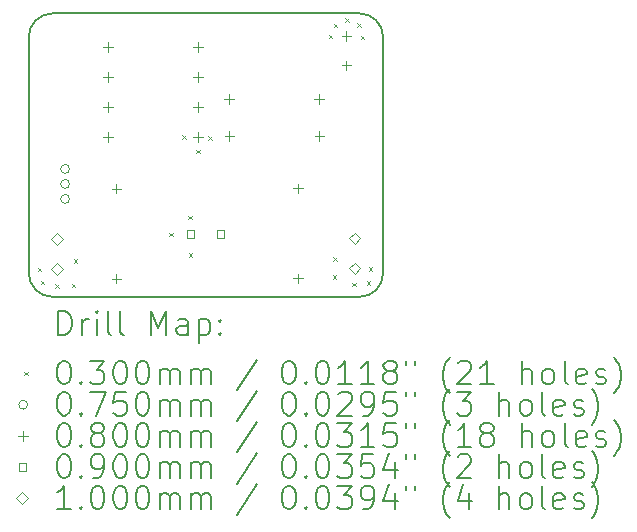
<source format=gbr>
%TF.GenerationSoftware,KiCad,Pcbnew,8.0.5*%
%TF.CreationDate,2025-07-23T12:06:55+02:00*%
%TF.ProjectId,LED_FADER,4c45445f-4641-4444-9552-2e6b69636164,rev?*%
%TF.SameCoordinates,Original*%
%TF.FileFunction,Drillmap*%
%TF.FilePolarity,Positive*%
%FSLAX45Y45*%
G04 Gerber Fmt 4.5, Leading zero omitted, Abs format (unit mm)*
G04 Created by KiCad (PCBNEW 8.0.5) date 2025-07-23 12:06:55*
%MOMM*%
%LPD*%
G01*
G04 APERTURE LIST*
%ADD10C,0.200000*%
%ADD11C,0.100000*%
G04 APERTURE END LIST*
D10*
X12470000Y-11761000D02*
G75*
G02*
X12270000Y-11561000I0J200000D01*
G01*
X15070000Y-11761000D02*
X12470000Y-11761000D01*
X15270000Y-11561000D02*
G75*
G02*
X15070000Y-11761000I-200000J0D01*
G01*
X12270000Y-11561000D02*
X12270000Y-9561000D01*
X12470000Y-9361000D02*
X15070000Y-9361000D01*
X12270000Y-9561000D02*
G75*
G02*
X12470000Y-9361000I200000J0D01*
G01*
X15070000Y-9361000D02*
G75*
G02*
X15270000Y-9561000I0J-200000D01*
G01*
X15270000Y-9561000D02*
X15270000Y-11561000D01*
D11*
X12345000Y-11514000D02*
X12375000Y-11544000D01*
X12375000Y-11514000D02*
X12345000Y-11544000D01*
X12373000Y-11625000D02*
X12403000Y-11655000D01*
X12403000Y-11625000D02*
X12373000Y-11655000D01*
X12494000Y-11652000D02*
X12524000Y-11682000D01*
X12524000Y-11652000D02*
X12494000Y-11682000D01*
X12634000Y-11650000D02*
X12664000Y-11680000D01*
X12664000Y-11650000D02*
X12634000Y-11680000D01*
X12650000Y-11442000D02*
X12680000Y-11472000D01*
X12680000Y-11442000D02*
X12650000Y-11472000D01*
X13457000Y-11217000D02*
X13487000Y-11247000D01*
X13487000Y-11217000D02*
X13457000Y-11247000D01*
X13569000Y-10394000D02*
X13599000Y-10424000D01*
X13599000Y-10394000D02*
X13569000Y-10424000D01*
X13622000Y-11074000D02*
X13652000Y-11104000D01*
X13652000Y-11074000D02*
X13622000Y-11104000D01*
X13626000Y-11390000D02*
X13656000Y-11420000D01*
X13656000Y-11390000D02*
X13626000Y-11420000D01*
X13688000Y-10514000D02*
X13718000Y-10544000D01*
X13718000Y-10514000D02*
X13688000Y-10544000D01*
X13788000Y-10399000D02*
X13818000Y-10429000D01*
X13818000Y-10399000D02*
X13788000Y-10429000D01*
X14810000Y-9540000D02*
X14840000Y-9570000D01*
X14840000Y-9540000D02*
X14810000Y-9570000D01*
X14845000Y-11579000D02*
X14875000Y-11609000D01*
X14875000Y-11579000D02*
X14845000Y-11609000D01*
X14849000Y-11426000D02*
X14879000Y-11456000D01*
X14879000Y-11426000D02*
X14849000Y-11456000D01*
X14852000Y-9449000D02*
X14882000Y-9479000D01*
X14882000Y-9449000D02*
X14852000Y-9479000D01*
X14949000Y-9403000D02*
X14979000Y-9433000D01*
X14979000Y-9403000D02*
X14949000Y-9433000D01*
X15010000Y-11642000D02*
X15040000Y-11672000D01*
X15040000Y-11642000D02*
X15010000Y-11672000D01*
X15051000Y-9446000D02*
X15081000Y-9476000D01*
X15081000Y-9446000D02*
X15051000Y-9476000D01*
X15082000Y-9549000D02*
X15112000Y-9579000D01*
X15112000Y-9549000D02*
X15082000Y-9579000D01*
X15130000Y-11631000D02*
X15160000Y-11661000D01*
X15160000Y-11631000D02*
X15130000Y-11661000D01*
X15148000Y-11510000D02*
X15178000Y-11540000D01*
X15178000Y-11510000D02*
X15148000Y-11540000D01*
X12615500Y-10678000D02*
G75*
G02*
X12540500Y-10678000I-37500J0D01*
G01*
X12540500Y-10678000D02*
G75*
G02*
X12615500Y-10678000I37500J0D01*
G01*
X12615500Y-10805000D02*
G75*
G02*
X12540500Y-10805000I-37500J0D01*
G01*
X12540500Y-10805000D02*
G75*
G02*
X12615500Y-10805000I37500J0D01*
G01*
X12615500Y-10932000D02*
G75*
G02*
X12540500Y-10932000I-37500J0D01*
G01*
X12540500Y-10932000D02*
G75*
G02*
X12615500Y-10932000I37500J0D01*
G01*
X12941000Y-9605000D02*
X12941000Y-9685000D01*
X12901000Y-9645000D02*
X12981000Y-9645000D01*
X12941000Y-9859000D02*
X12941000Y-9939000D01*
X12901000Y-9899000D02*
X12981000Y-9899000D01*
X12941000Y-10113000D02*
X12941000Y-10193000D01*
X12901000Y-10153000D02*
X12981000Y-10153000D01*
X12941000Y-10367000D02*
X12941000Y-10447000D01*
X12901000Y-10407000D02*
X12981000Y-10407000D01*
X13011000Y-10804000D02*
X13011000Y-10884000D01*
X12971000Y-10844000D02*
X13051000Y-10844000D01*
X13011000Y-11566000D02*
X13011000Y-11646000D01*
X12971000Y-11606000D02*
X13051000Y-11606000D01*
X13703000Y-9605000D02*
X13703000Y-9685000D01*
X13663000Y-9645000D02*
X13743000Y-9645000D01*
X13703000Y-9859000D02*
X13703000Y-9939000D01*
X13663000Y-9899000D02*
X13743000Y-9899000D01*
X13703000Y-10113000D02*
X13703000Y-10193000D01*
X13663000Y-10153000D02*
X13743000Y-10153000D01*
X13703000Y-10367000D02*
X13703000Y-10447000D01*
X13663000Y-10407000D02*
X13743000Y-10407000D01*
X13966000Y-10047000D02*
X13966000Y-10127000D01*
X13926000Y-10087000D02*
X14006000Y-10087000D01*
X13968000Y-10361000D02*
X13968000Y-10441000D01*
X13928000Y-10401000D02*
X14008000Y-10401000D01*
X14549000Y-10802000D02*
X14549000Y-10882000D01*
X14509000Y-10842000D02*
X14589000Y-10842000D01*
X14549000Y-11564000D02*
X14549000Y-11644000D01*
X14509000Y-11604000D02*
X14589000Y-11604000D01*
X14728000Y-10047000D02*
X14728000Y-10127000D01*
X14688000Y-10087000D02*
X14768000Y-10087000D01*
X14730000Y-10361000D02*
X14730000Y-10441000D01*
X14690000Y-10401000D02*
X14770000Y-10401000D01*
X14959000Y-9511000D02*
X14959000Y-9591000D01*
X14919000Y-9551000D02*
X14999000Y-9551000D01*
X14959000Y-9761000D02*
X14959000Y-9841000D01*
X14919000Y-9801000D02*
X14999000Y-9801000D01*
X13671820Y-11262820D02*
X13671820Y-11199180D01*
X13608180Y-11199180D01*
X13608180Y-11262820D01*
X13671820Y-11262820D01*
X13925820Y-11262820D02*
X13925820Y-11199180D01*
X13862180Y-11199180D01*
X13862180Y-11262820D01*
X13925820Y-11262820D01*
X12511000Y-11320500D02*
X12561000Y-11270500D01*
X12511000Y-11220500D01*
X12461000Y-11270500D01*
X12511000Y-11320500D01*
X12511000Y-11574500D02*
X12561000Y-11524500D01*
X12511000Y-11474500D01*
X12461000Y-11524500D01*
X12511000Y-11574500D01*
X15028000Y-11316500D02*
X15078000Y-11266500D01*
X15028000Y-11216500D01*
X14978000Y-11266500D01*
X15028000Y-11316500D01*
X15028000Y-11570500D02*
X15078000Y-11520500D01*
X15028000Y-11470500D01*
X14978000Y-11520500D01*
X15028000Y-11570500D01*
D10*
X12520777Y-12082484D02*
X12520777Y-11882484D01*
X12520777Y-11882484D02*
X12568396Y-11882484D01*
X12568396Y-11882484D02*
X12596967Y-11892008D01*
X12596967Y-11892008D02*
X12616015Y-11911055D01*
X12616015Y-11911055D02*
X12625539Y-11930103D01*
X12625539Y-11930103D02*
X12635062Y-11968198D01*
X12635062Y-11968198D02*
X12635062Y-11996769D01*
X12635062Y-11996769D02*
X12625539Y-12034865D01*
X12625539Y-12034865D02*
X12616015Y-12053912D01*
X12616015Y-12053912D02*
X12596967Y-12072960D01*
X12596967Y-12072960D02*
X12568396Y-12082484D01*
X12568396Y-12082484D02*
X12520777Y-12082484D01*
X12720777Y-12082484D02*
X12720777Y-11949150D01*
X12720777Y-11987246D02*
X12730301Y-11968198D01*
X12730301Y-11968198D02*
X12739824Y-11958674D01*
X12739824Y-11958674D02*
X12758872Y-11949150D01*
X12758872Y-11949150D02*
X12777920Y-11949150D01*
X12844586Y-12082484D02*
X12844586Y-11949150D01*
X12844586Y-11882484D02*
X12835062Y-11892008D01*
X12835062Y-11892008D02*
X12844586Y-11901531D01*
X12844586Y-11901531D02*
X12854110Y-11892008D01*
X12854110Y-11892008D02*
X12844586Y-11882484D01*
X12844586Y-11882484D02*
X12844586Y-11901531D01*
X12968396Y-12082484D02*
X12949348Y-12072960D01*
X12949348Y-12072960D02*
X12939824Y-12053912D01*
X12939824Y-12053912D02*
X12939824Y-11882484D01*
X13073158Y-12082484D02*
X13054110Y-12072960D01*
X13054110Y-12072960D02*
X13044586Y-12053912D01*
X13044586Y-12053912D02*
X13044586Y-11882484D01*
X13301729Y-12082484D02*
X13301729Y-11882484D01*
X13301729Y-11882484D02*
X13368396Y-12025341D01*
X13368396Y-12025341D02*
X13435062Y-11882484D01*
X13435062Y-11882484D02*
X13435062Y-12082484D01*
X13616015Y-12082484D02*
X13616015Y-11977722D01*
X13616015Y-11977722D02*
X13606491Y-11958674D01*
X13606491Y-11958674D02*
X13587443Y-11949150D01*
X13587443Y-11949150D02*
X13549348Y-11949150D01*
X13549348Y-11949150D02*
X13530301Y-11958674D01*
X13616015Y-12072960D02*
X13596967Y-12082484D01*
X13596967Y-12082484D02*
X13549348Y-12082484D01*
X13549348Y-12082484D02*
X13530301Y-12072960D01*
X13530301Y-12072960D02*
X13520777Y-12053912D01*
X13520777Y-12053912D02*
X13520777Y-12034865D01*
X13520777Y-12034865D02*
X13530301Y-12015817D01*
X13530301Y-12015817D02*
X13549348Y-12006293D01*
X13549348Y-12006293D02*
X13596967Y-12006293D01*
X13596967Y-12006293D02*
X13616015Y-11996769D01*
X13711253Y-11949150D02*
X13711253Y-12149150D01*
X13711253Y-11958674D02*
X13730301Y-11949150D01*
X13730301Y-11949150D02*
X13768396Y-11949150D01*
X13768396Y-11949150D02*
X13787443Y-11958674D01*
X13787443Y-11958674D02*
X13796967Y-11968198D01*
X13796967Y-11968198D02*
X13806491Y-11987246D01*
X13806491Y-11987246D02*
X13806491Y-12044388D01*
X13806491Y-12044388D02*
X13796967Y-12063436D01*
X13796967Y-12063436D02*
X13787443Y-12072960D01*
X13787443Y-12072960D02*
X13768396Y-12082484D01*
X13768396Y-12082484D02*
X13730301Y-12082484D01*
X13730301Y-12082484D02*
X13711253Y-12072960D01*
X13892205Y-12063436D02*
X13901729Y-12072960D01*
X13901729Y-12072960D02*
X13892205Y-12082484D01*
X13892205Y-12082484D02*
X13882682Y-12072960D01*
X13882682Y-12072960D02*
X13892205Y-12063436D01*
X13892205Y-12063436D02*
X13892205Y-12082484D01*
X13892205Y-11958674D02*
X13901729Y-11968198D01*
X13901729Y-11968198D02*
X13892205Y-11977722D01*
X13892205Y-11977722D02*
X13882682Y-11968198D01*
X13882682Y-11968198D02*
X13892205Y-11958674D01*
X13892205Y-11958674D02*
X13892205Y-11977722D01*
D11*
X12230000Y-12396000D02*
X12260000Y-12426000D01*
X12260000Y-12396000D02*
X12230000Y-12426000D01*
D10*
X12558872Y-12302484D02*
X12577920Y-12302484D01*
X12577920Y-12302484D02*
X12596967Y-12312008D01*
X12596967Y-12312008D02*
X12606491Y-12321531D01*
X12606491Y-12321531D02*
X12616015Y-12340579D01*
X12616015Y-12340579D02*
X12625539Y-12378674D01*
X12625539Y-12378674D02*
X12625539Y-12426293D01*
X12625539Y-12426293D02*
X12616015Y-12464388D01*
X12616015Y-12464388D02*
X12606491Y-12483436D01*
X12606491Y-12483436D02*
X12596967Y-12492960D01*
X12596967Y-12492960D02*
X12577920Y-12502484D01*
X12577920Y-12502484D02*
X12558872Y-12502484D01*
X12558872Y-12502484D02*
X12539824Y-12492960D01*
X12539824Y-12492960D02*
X12530301Y-12483436D01*
X12530301Y-12483436D02*
X12520777Y-12464388D01*
X12520777Y-12464388D02*
X12511253Y-12426293D01*
X12511253Y-12426293D02*
X12511253Y-12378674D01*
X12511253Y-12378674D02*
X12520777Y-12340579D01*
X12520777Y-12340579D02*
X12530301Y-12321531D01*
X12530301Y-12321531D02*
X12539824Y-12312008D01*
X12539824Y-12312008D02*
X12558872Y-12302484D01*
X12711253Y-12483436D02*
X12720777Y-12492960D01*
X12720777Y-12492960D02*
X12711253Y-12502484D01*
X12711253Y-12502484D02*
X12701729Y-12492960D01*
X12701729Y-12492960D02*
X12711253Y-12483436D01*
X12711253Y-12483436D02*
X12711253Y-12502484D01*
X12787443Y-12302484D02*
X12911253Y-12302484D01*
X12911253Y-12302484D02*
X12844586Y-12378674D01*
X12844586Y-12378674D02*
X12873158Y-12378674D01*
X12873158Y-12378674D02*
X12892205Y-12388198D01*
X12892205Y-12388198D02*
X12901729Y-12397722D01*
X12901729Y-12397722D02*
X12911253Y-12416769D01*
X12911253Y-12416769D02*
X12911253Y-12464388D01*
X12911253Y-12464388D02*
X12901729Y-12483436D01*
X12901729Y-12483436D02*
X12892205Y-12492960D01*
X12892205Y-12492960D02*
X12873158Y-12502484D01*
X12873158Y-12502484D02*
X12816015Y-12502484D01*
X12816015Y-12502484D02*
X12796967Y-12492960D01*
X12796967Y-12492960D02*
X12787443Y-12483436D01*
X13035062Y-12302484D02*
X13054110Y-12302484D01*
X13054110Y-12302484D02*
X13073158Y-12312008D01*
X13073158Y-12312008D02*
X13082682Y-12321531D01*
X13082682Y-12321531D02*
X13092205Y-12340579D01*
X13092205Y-12340579D02*
X13101729Y-12378674D01*
X13101729Y-12378674D02*
X13101729Y-12426293D01*
X13101729Y-12426293D02*
X13092205Y-12464388D01*
X13092205Y-12464388D02*
X13082682Y-12483436D01*
X13082682Y-12483436D02*
X13073158Y-12492960D01*
X13073158Y-12492960D02*
X13054110Y-12502484D01*
X13054110Y-12502484D02*
X13035062Y-12502484D01*
X13035062Y-12502484D02*
X13016015Y-12492960D01*
X13016015Y-12492960D02*
X13006491Y-12483436D01*
X13006491Y-12483436D02*
X12996967Y-12464388D01*
X12996967Y-12464388D02*
X12987443Y-12426293D01*
X12987443Y-12426293D02*
X12987443Y-12378674D01*
X12987443Y-12378674D02*
X12996967Y-12340579D01*
X12996967Y-12340579D02*
X13006491Y-12321531D01*
X13006491Y-12321531D02*
X13016015Y-12312008D01*
X13016015Y-12312008D02*
X13035062Y-12302484D01*
X13225539Y-12302484D02*
X13244586Y-12302484D01*
X13244586Y-12302484D02*
X13263634Y-12312008D01*
X13263634Y-12312008D02*
X13273158Y-12321531D01*
X13273158Y-12321531D02*
X13282682Y-12340579D01*
X13282682Y-12340579D02*
X13292205Y-12378674D01*
X13292205Y-12378674D02*
X13292205Y-12426293D01*
X13292205Y-12426293D02*
X13282682Y-12464388D01*
X13282682Y-12464388D02*
X13273158Y-12483436D01*
X13273158Y-12483436D02*
X13263634Y-12492960D01*
X13263634Y-12492960D02*
X13244586Y-12502484D01*
X13244586Y-12502484D02*
X13225539Y-12502484D01*
X13225539Y-12502484D02*
X13206491Y-12492960D01*
X13206491Y-12492960D02*
X13196967Y-12483436D01*
X13196967Y-12483436D02*
X13187443Y-12464388D01*
X13187443Y-12464388D02*
X13177920Y-12426293D01*
X13177920Y-12426293D02*
X13177920Y-12378674D01*
X13177920Y-12378674D02*
X13187443Y-12340579D01*
X13187443Y-12340579D02*
X13196967Y-12321531D01*
X13196967Y-12321531D02*
X13206491Y-12312008D01*
X13206491Y-12312008D02*
X13225539Y-12302484D01*
X13377920Y-12502484D02*
X13377920Y-12369150D01*
X13377920Y-12388198D02*
X13387443Y-12378674D01*
X13387443Y-12378674D02*
X13406491Y-12369150D01*
X13406491Y-12369150D02*
X13435063Y-12369150D01*
X13435063Y-12369150D02*
X13454110Y-12378674D01*
X13454110Y-12378674D02*
X13463634Y-12397722D01*
X13463634Y-12397722D02*
X13463634Y-12502484D01*
X13463634Y-12397722D02*
X13473158Y-12378674D01*
X13473158Y-12378674D02*
X13492205Y-12369150D01*
X13492205Y-12369150D02*
X13520777Y-12369150D01*
X13520777Y-12369150D02*
X13539824Y-12378674D01*
X13539824Y-12378674D02*
X13549348Y-12397722D01*
X13549348Y-12397722D02*
X13549348Y-12502484D01*
X13644586Y-12502484D02*
X13644586Y-12369150D01*
X13644586Y-12388198D02*
X13654110Y-12378674D01*
X13654110Y-12378674D02*
X13673158Y-12369150D01*
X13673158Y-12369150D02*
X13701729Y-12369150D01*
X13701729Y-12369150D02*
X13720777Y-12378674D01*
X13720777Y-12378674D02*
X13730301Y-12397722D01*
X13730301Y-12397722D02*
X13730301Y-12502484D01*
X13730301Y-12397722D02*
X13739824Y-12378674D01*
X13739824Y-12378674D02*
X13758872Y-12369150D01*
X13758872Y-12369150D02*
X13787443Y-12369150D01*
X13787443Y-12369150D02*
X13806491Y-12378674D01*
X13806491Y-12378674D02*
X13816015Y-12397722D01*
X13816015Y-12397722D02*
X13816015Y-12502484D01*
X14206491Y-12292960D02*
X14035063Y-12550103D01*
X14463634Y-12302484D02*
X14482682Y-12302484D01*
X14482682Y-12302484D02*
X14501729Y-12312008D01*
X14501729Y-12312008D02*
X14511253Y-12321531D01*
X14511253Y-12321531D02*
X14520777Y-12340579D01*
X14520777Y-12340579D02*
X14530301Y-12378674D01*
X14530301Y-12378674D02*
X14530301Y-12426293D01*
X14530301Y-12426293D02*
X14520777Y-12464388D01*
X14520777Y-12464388D02*
X14511253Y-12483436D01*
X14511253Y-12483436D02*
X14501729Y-12492960D01*
X14501729Y-12492960D02*
X14482682Y-12502484D01*
X14482682Y-12502484D02*
X14463634Y-12502484D01*
X14463634Y-12502484D02*
X14444586Y-12492960D01*
X14444586Y-12492960D02*
X14435063Y-12483436D01*
X14435063Y-12483436D02*
X14425539Y-12464388D01*
X14425539Y-12464388D02*
X14416015Y-12426293D01*
X14416015Y-12426293D02*
X14416015Y-12378674D01*
X14416015Y-12378674D02*
X14425539Y-12340579D01*
X14425539Y-12340579D02*
X14435063Y-12321531D01*
X14435063Y-12321531D02*
X14444586Y-12312008D01*
X14444586Y-12312008D02*
X14463634Y-12302484D01*
X14616015Y-12483436D02*
X14625539Y-12492960D01*
X14625539Y-12492960D02*
X14616015Y-12502484D01*
X14616015Y-12502484D02*
X14606491Y-12492960D01*
X14606491Y-12492960D02*
X14616015Y-12483436D01*
X14616015Y-12483436D02*
X14616015Y-12502484D01*
X14749348Y-12302484D02*
X14768396Y-12302484D01*
X14768396Y-12302484D02*
X14787444Y-12312008D01*
X14787444Y-12312008D02*
X14796967Y-12321531D01*
X14796967Y-12321531D02*
X14806491Y-12340579D01*
X14806491Y-12340579D02*
X14816015Y-12378674D01*
X14816015Y-12378674D02*
X14816015Y-12426293D01*
X14816015Y-12426293D02*
X14806491Y-12464388D01*
X14806491Y-12464388D02*
X14796967Y-12483436D01*
X14796967Y-12483436D02*
X14787444Y-12492960D01*
X14787444Y-12492960D02*
X14768396Y-12502484D01*
X14768396Y-12502484D02*
X14749348Y-12502484D01*
X14749348Y-12502484D02*
X14730301Y-12492960D01*
X14730301Y-12492960D02*
X14720777Y-12483436D01*
X14720777Y-12483436D02*
X14711253Y-12464388D01*
X14711253Y-12464388D02*
X14701729Y-12426293D01*
X14701729Y-12426293D02*
X14701729Y-12378674D01*
X14701729Y-12378674D02*
X14711253Y-12340579D01*
X14711253Y-12340579D02*
X14720777Y-12321531D01*
X14720777Y-12321531D02*
X14730301Y-12312008D01*
X14730301Y-12312008D02*
X14749348Y-12302484D01*
X15006491Y-12502484D02*
X14892206Y-12502484D01*
X14949348Y-12502484D02*
X14949348Y-12302484D01*
X14949348Y-12302484D02*
X14930301Y-12331055D01*
X14930301Y-12331055D02*
X14911253Y-12350103D01*
X14911253Y-12350103D02*
X14892206Y-12359627D01*
X15196967Y-12502484D02*
X15082682Y-12502484D01*
X15139825Y-12502484D02*
X15139825Y-12302484D01*
X15139825Y-12302484D02*
X15120777Y-12331055D01*
X15120777Y-12331055D02*
X15101729Y-12350103D01*
X15101729Y-12350103D02*
X15082682Y-12359627D01*
X15311253Y-12388198D02*
X15292206Y-12378674D01*
X15292206Y-12378674D02*
X15282682Y-12369150D01*
X15282682Y-12369150D02*
X15273158Y-12350103D01*
X15273158Y-12350103D02*
X15273158Y-12340579D01*
X15273158Y-12340579D02*
X15282682Y-12321531D01*
X15282682Y-12321531D02*
X15292206Y-12312008D01*
X15292206Y-12312008D02*
X15311253Y-12302484D01*
X15311253Y-12302484D02*
X15349348Y-12302484D01*
X15349348Y-12302484D02*
X15368396Y-12312008D01*
X15368396Y-12312008D02*
X15377920Y-12321531D01*
X15377920Y-12321531D02*
X15387444Y-12340579D01*
X15387444Y-12340579D02*
X15387444Y-12350103D01*
X15387444Y-12350103D02*
X15377920Y-12369150D01*
X15377920Y-12369150D02*
X15368396Y-12378674D01*
X15368396Y-12378674D02*
X15349348Y-12388198D01*
X15349348Y-12388198D02*
X15311253Y-12388198D01*
X15311253Y-12388198D02*
X15292206Y-12397722D01*
X15292206Y-12397722D02*
X15282682Y-12407246D01*
X15282682Y-12407246D02*
X15273158Y-12426293D01*
X15273158Y-12426293D02*
X15273158Y-12464388D01*
X15273158Y-12464388D02*
X15282682Y-12483436D01*
X15282682Y-12483436D02*
X15292206Y-12492960D01*
X15292206Y-12492960D02*
X15311253Y-12502484D01*
X15311253Y-12502484D02*
X15349348Y-12502484D01*
X15349348Y-12502484D02*
X15368396Y-12492960D01*
X15368396Y-12492960D02*
X15377920Y-12483436D01*
X15377920Y-12483436D02*
X15387444Y-12464388D01*
X15387444Y-12464388D02*
X15387444Y-12426293D01*
X15387444Y-12426293D02*
X15377920Y-12407246D01*
X15377920Y-12407246D02*
X15368396Y-12397722D01*
X15368396Y-12397722D02*
X15349348Y-12388198D01*
X15463634Y-12302484D02*
X15463634Y-12340579D01*
X15539825Y-12302484D02*
X15539825Y-12340579D01*
X15835063Y-12578674D02*
X15825539Y-12569150D01*
X15825539Y-12569150D02*
X15806491Y-12540579D01*
X15806491Y-12540579D02*
X15796968Y-12521531D01*
X15796968Y-12521531D02*
X15787444Y-12492960D01*
X15787444Y-12492960D02*
X15777920Y-12445341D01*
X15777920Y-12445341D02*
X15777920Y-12407246D01*
X15777920Y-12407246D02*
X15787444Y-12359627D01*
X15787444Y-12359627D02*
X15796968Y-12331055D01*
X15796968Y-12331055D02*
X15806491Y-12312008D01*
X15806491Y-12312008D02*
X15825539Y-12283436D01*
X15825539Y-12283436D02*
X15835063Y-12273912D01*
X15901729Y-12321531D02*
X15911253Y-12312008D01*
X15911253Y-12312008D02*
X15930301Y-12302484D01*
X15930301Y-12302484D02*
X15977920Y-12302484D01*
X15977920Y-12302484D02*
X15996968Y-12312008D01*
X15996968Y-12312008D02*
X16006491Y-12321531D01*
X16006491Y-12321531D02*
X16016015Y-12340579D01*
X16016015Y-12340579D02*
X16016015Y-12359627D01*
X16016015Y-12359627D02*
X16006491Y-12388198D01*
X16006491Y-12388198D02*
X15892206Y-12502484D01*
X15892206Y-12502484D02*
X16016015Y-12502484D01*
X16206491Y-12502484D02*
X16092206Y-12502484D01*
X16149348Y-12502484D02*
X16149348Y-12302484D01*
X16149348Y-12302484D02*
X16130301Y-12331055D01*
X16130301Y-12331055D02*
X16111253Y-12350103D01*
X16111253Y-12350103D02*
X16092206Y-12359627D01*
X16444587Y-12502484D02*
X16444587Y-12302484D01*
X16530301Y-12502484D02*
X16530301Y-12397722D01*
X16530301Y-12397722D02*
X16520777Y-12378674D01*
X16520777Y-12378674D02*
X16501730Y-12369150D01*
X16501730Y-12369150D02*
X16473158Y-12369150D01*
X16473158Y-12369150D02*
X16454110Y-12378674D01*
X16454110Y-12378674D02*
X16444587Y-12388198D01*
X16654110Y-12502484D02*
X16635063Y-12492960D01*
X16635063Y-12492960D02*
X16625539Y-12483436D01*
X16625539Y-12483436D02*
X16616015Y-12464388D01*
X16616015Y-12464388D02*
X16616015Y-12407246D01*
X16616015Y-12407246D02*
X16625539Y-12388198D01*
X16625539Y-12388198D02*
X16635063Y-12378674D01*
X16635063Y-12378674D02*
X16654110Y-12369150D01*
X16654110Y-12369150D02*
X16682682Y-12369150D01*
X16682682Y-12369150D02*
X16701730Y-12378674D01*
X16701730Y-12378674D02*
X16711253Y-12388198D01*
X16711253Y-12388198D02*
X16720777Y-12407246D01*
X16720777Y-12407246D02*
X16720777Y-12464388D01*
X16720777Y-12464388D02*
X16711253Y-12483436D01*
X16711253Y-12483436D02*
X16701730Y-12492960D01*
X16701730Y-12492960D02*
X16682682Y-12502484D01*
X16682682Y-12502484D02*
X16654110Y-12502484D01*
X16835063Y-12502484D02*
X16816015Y-12492960D01*
X16816015Y-12492960D02*
X16806492Y-12473912D01*
X16806492Y-12473912D02*
X16806492Y-12302484D01*
X16987444Y-12492960D02*
X16968396Y-12502484D01*
X16968396Y-12502484D02*
X16930301Y-12502484D01*
X16930301Y-12502484D02*
X16911253Y-12492960D01*
X16911253Y-12492960D02*
X16901730Y-12473912D01*
X16901730Y-12473912D02*
X16901730Y-12397722D01*
X16901730Y-12397722D02*
X16911253Y-12378674D01*
X16911253Y-12378674D02*
X16930301Y-12369150D01*
X16930301Y-12369150D02*
X16968396Y-12369150D01*
X16968396Y-12369150D02*
X16987444Y-12378674D01*
X16987444Y-12378674D02*
X16996968Y-12397722D01*
X16996968Y-12397722D02*
X16996968Y-12416769D01*
X16996968Y-12416769D02*
X16901730Y-12435817D01*
X17073158Y-12492960D02*
X17092206Y-12502484D01*
X17092206Y-12502484D02*
X17130301Y-12502484D01*
X17130301Y-12502484D02*
X17149349Y-12492960D01*
X17149349Y-12492960D02*
X17158873Y-12473912D01*
X17158873Y-12473912D02*
X17158873Y-12464388D01*
X17158873Y-12464388D02*
X17149349Y-12445341D01*
X17149349Y-12445341D02*
X17130301Y-12435817D01*
X17130301Y-12435817D02*
X17101730Y-12435817D01*
X17101730Y-12435817D02*
X17082682Y-12426293D01*
X17082682Y-12426293D02*
X17073158Y-12407246D01*
X17073158Y-12407246D02*
X17073158Y-12397722D01*
X17073158Y-12397722D02*
X17082682Y-12378674D01*
X17082682Y-12378674D02*
X17101730Y-12369150D01*
X17101730Y-12369150D02*
X17130301Y-12369150D01*
X17130301Y-12369150D02*
X17149349Y-12378674D01*
X17225539Y-12578674D02*
X17235063Y-12569150D01*
X17235063Y-12569150D02*
X17254111Y-12540579D01*
X17254111Y-12540579D02*
X17263634Y-12521531D01*
X17263634Y-12521531D02*
X17273158Y-12492960D01*
X17273158Y-12492960D02*
X17282682Y-12445341D01*
X17282682Y-12445341D02*
X17282682Y-12407246D01*
X17282682Y-12407246D02*
X17273158Y-12359627D01*
X17273158Y-12359627D02*
X17263634Y-12331055D01*
X17263634Y-12331055D02*
X17254111Y-12312008D01*
X17254111Y-12312008D02*
X17235063Y-12283436D01*
X17235063Y-12283436D02*
X17225539Y-12273912D01*
D11*
X12260000Y-12675000D02*
G75*
G02*
X12185000Y-12675000I-37500J0D01*
G01*
X12185000Y-12675000D02*
G75*
G02*
X12260000Y-12675000I37500J0D01*
G01*
D10*
X12558872Y-12566484D02*
X12577920Y-12566484D01*
X12577920Y-12566484D02*
X12596967Y-12576008D01*
X12596967Y-12576008D02*
X12606491Y-12585531D01*
X12606491Y-12585531D02*
X12616015Y-12604579D01*
X12616015Y-12604579D02*
X12625539Y-12642674D01*
X12625539Y-12642674D02*
X12625539Y-12690293D01*
X12625539Y-12690293D02*
X12616015Y-12728388D01*
X12616015Y-12728388D02*
X12606491Y-12747436D01*
X12606491Y-12747436D02*
X12596967Y-12756960D01*
X12596967Y-12756960D02*
X12577920Y-12766484D01*
X12577920Y-12766484D02*
X12558872Y-12766484D01*
X12558872Y-12766484D02*
X12539824Y-12756960D01*
X12539824Y-12756960D02*
X12530301Y-12747436D01*
X12530301Y-12747436D02*
X12520777Y-12728388D01*
X12520777Y-12728388D02*
X12511253Y-12690293D01*
X12511253Y-12690293D02*
X12511253Y-12642674D01*
X12511253Y-12642674D02*
X12520777Y-12604579D01*
X12520777Y-12604579D02*
X12530301Y-12585531D01*
X12530301Y-12585531D02*
X12539824Y-12576008D01*
X12539824Y-12576008D02*
X12558872Y-12566484D01*
X12711253Y-12747436D02*
X12720777Y-12756960D01*
X12720777Y-12756960D02*
X12711253Y-12766484D01*
X12711253Y-12766484D02*
X12701729Y-12756960D01*
X12701729Y-12756960D02*
X12711253Y-12747436D01*
X12711253Y-12747436D02*
X12711253Y-12766484D01*
X12787443Y-12566484D02*
X12920777Y-12566484D01*
X12920777Y-12566484D02*
X12835062Y-12766484D01*
X13092205Y-12566484D02*
X12996967Y-12566484D01*
X12996967Y-12566484D02*
X12987443Y-12661722D01*
X12987443Y-12661722D02*
X12996967Y-12652198D01*
X12996967Y-12652198D02*
X13016015Y-12642674D01*
X13016015Y-12642674D02*
X13063634Y-12642674D01*
X13063634Y-12642674D02*
X13082682Y-12652198D01*
X13082682Y-12652198D02*
X13092205Y-12661722D01*
X13092205Y-12661722D02*
X13101729Y-12680769D01*
X13101729Y-12680769D02*
X13101729Y-12728388D01*
X13101729Y-12728388D02*
X13092205Y-12747436D01*
X13092205Y-12747436D02*
X13082682Y-12756960D01*
X13082682Y-12756960D02*
X13063634Y-12766484D01*
X13063634Y-12766484D02*
X13016015Y-12766484D01*
X13016015Y-12766484D02*
X12996967Y-12756960D01*
X12996967Y-12756960D02*
X12987443Y-12747436D01*
X13225539Y-12566484D02*
X13244586Y-12566484D01*
X13244586Y-12566484D02*
X13263634Y-12576008D01*
X13263634Y-12576008D02*
X13273158Y-12585531D01*
X13273158Y-12585531D02*
X13282682Y-12604579D01*
X13282682Y-12604579D02*
X13292205Y-12642674D01*
X13292205Y-12642674D02*
X13292205Y-12690293D01*
X13292205Y-12690293D02*
X13282682Y-12728388D01*
X13282682Y-12728388D02*
X13273158Y-12747436D01*
X13273158Y-12747436D02*
X13263634Y-12756960D01*
X13263634Y-12756960D02*
X13244586Y-12766484D01*
X13244586Y-12766484D02*
X13225539Y-12766484D01*
X13225539Y-12766484D02*
X13206491Y-12756960D01*
X13206491Y-12756960D02*
X13196967Y-12747436D01*
X13196967Y-12747436D02*
X13187443Y-12728388D01*
X13187443Y-12728388D02*
X13177920Y-12690293D01*
X13177920Y-12690293D02*
X13177920Y-12642674D01*
X13177920Y-12642674D02*
X13187443Y-12604579D01*
X13187443Y-12604579D02*
X13196967Y-12585531D01*
X13196967Y-12585531D02*
X13206491Y-12576008D01*
X13206491Y-12576008D02*
X13225539Y-12566484D01*
X13377920Y-12766484D02*
X13377920Y-12633150D01*
X13377920Y-12652198D02*
X13387443Y-12642674D01*
X13387443Y-12642674D02*
X13406491Y-12633150D01*
X13406491Y-12633150D02*
X13435063Y-12633150D01*
X13435063Y-12633150D02*
X13454110Y-12642674D01*
X13454110Y-12642674D02*
X13463634Y-12661722D01*
X13463634Y-12661722D02*
X13463634Y-12766484D01*
X13463634Y-12661722D02*
X13473158Y-12642674D01*
X13473158Y-12642674D02*
X13492205Y-12633150D01*
X13492205Y-12633150D02*
X13520777Y-12633150D01*
X13520777Y-12633150D02*
X13539824Y-12642674D01*
X13539824Y-12642674D02*
X13549348Y-12661722D01*
X13549348Y-12661722D02*
X13549348Y-12766484D01*
X13644586Y-12766484D02*
X13644586Y-12633150D01*
X13644586Y-12652198D02*
X13654110Y-12642674D01*
X13654110Y-12642674D02*
X13673158Y-12633150D01*
X13673158Y-12633150D02*
X13701729Y-12633150D01*
X13701729Y-12633150D02*
X13720777Y-12642674D01*
X13720777Y-12642674D02*
X13730301Y-12661722D01*
X13730301Y-12661722D02*
X13730301Y-12766484D01*
X13730301Y-12661722D02*
X13739824Y-12642674D01*
X13739824Y-12642674D02*
X13758872Y-12633150D01*
X13758872Y-12633150D02*
X13787443Y-12633150D01*
X13787443Y-12633150D02*
X13806491Y-12642674D01*
X13806491Y-12642674D02*
X13816015Y-12661722D01*
X13816015Y-12661722D02*
X13816015Y-12766484D01*
X14206491Y-12556960D02*
X14035063Y-12814103D01*
X14463634Y-12566484D02*
X14482682Y-12566484D01*
X14482682Y-12566484D02*
X14501729Y-12576008D01*
X14501729Y-12576008D02*
X14511253Y-12585531D01*
X14511253Y-12585531D02*
X14520777Y-12604579D01*
X14520777Y-12604579D02*
X14530301Y-12642674D01*
X14530301Y-12642674D02*
X14530301Y-12690293D01*
X14530301Y-12690293D02*
X14520777Y-12728388D01*
X14520777Y-12728388D02*
X14511253Y-12747436D01*
X14511253Y-12747436D02*
X14501729Y-12756960D01*
X14501729Y-12756960D02*
X14482682Y-12766484D01*
X14482682Y-12766484D02*
X14463634Y-12766484D01*
X14463634Y-12766484D02*
X14444586Y-12756960D01*
X14444586Y-12756960D02*
X14435063Y-12747436D01*
X14435063Y-12747436D02*
X14425539Y-12728388D01*
X14425539Y-12728388D02*
X14416015Y-12690293D01*
X14416015Y-12690293D02*
X14416015Y-12642674D01*
X14416015Y-12642674D02*
X14425539Y-12604579D01*
X14425539Y-12604579D02*
X14435063Y-12585531D01*
X14435063Y-12585531D02*
X14444586Y-12576008D01*
X14444586Y-12576008D02*
X14463634Y-12566484D01*
X14616015Y-12747436D02*
X14625539Y-12756960D01*
X14625539Y-12756960D02*
X14616015Y-12766484D01*
X14616015Y-12766484D02*
X14606491Y-12756960D01*
X14606491Y-12756960D02*
X14616015Y-12747436D01*
X14616015Y-12747436D02*
X14616015Y-12766484D01*
X14749348Y-12566484D02*
X14768396Y-12566484D01*
X14768396Y-12566484D02*
X14787444Y-12576008D01*
X14787444Y-12576008D02*
X14796967Y-12585531D01*
X14796967Y-12585531D02*
X14806491Y-12604579D01*
X14806491Y-12604579D02*
X14816015Y-12642674D01*
X14816015Y-12642674D02*
X14816015Y-12690293D01*
X14816015Y-12690293D02*
X14806491Y-12728388D01*
X14806491Y-12728388D02*
X14796967Y-12747436D01*
X14796967Y-12747436D02*
X14787444Y-12756960D01*
X14787444Y-12756960D02*
X14768396Y-12766484D01*
X14768396Y-12766484D02*
X14749348Y-12766484D01*
X14749348Y-12766484D02*
X14730301Y-12756960D01*
X14730301Y-12756960D02*
X14720777Y-12747436D01*
X14720777Y-12747436D02*
X14711253Y-12728388D01*
X14711253Y-12728388D02*
X14701729Y-12690293D01*
X14701729Y-12690293D02*
X14701729Y-12642674D01*
X14701729Y-12642674D02*
X14711253Y-12604579D01*
X14711253Y-12604579D02*
X14720777Y-12585531D01*
X14720777Y-12585531D02*
X14730301Y-12576008D01*
X14730301Y-12576008D02*
X14749348Y-12566484D01*
X14892206Y-12585531D02*
X14901729Y-12576008D01*
X14901729Y-12576008D02*
X14920777Y-12566484D01*
X14920777Y-12566484D02*
X14968396Y-12566484D01*
X14968396Y-12566484D02*
X14987444Y-12576008D01*
X14987444Y-12576008D02*
X14996967Y-12585531D01*
X14996967Y-12585531D02*
X15006491Y-12604579D01*
X15006491Y-12604579D02*
X15006491Y-12623627D01*
X15006491Y-12623627D02*
X14996967Y-12652198D01*
X14996967Y-12652198D02*
X14882682Y-12766484D01*
X14882682Y-12766484D02*
X15006491Y-12766484D01*
X15101729Y-12766484D02*
X15139825Y-12766484D01*
X15139825Y-12766484D02*
X15158872Y-12756960D01*
X15158872Y-12756960D02*
X15168396Y-12747436D01*
X15168396Y-12747436D02*
X15187444Y-12718865D01*
X15187444Y-12718865D02*
X15196967Y-12680769D01*
X15196967Y-12680769D02*
X15196967Y-12604579D01*
X15196967Y-12604579D02*
X15187444Y-12585531D01*
X15187444Y-12585531D02*
X15177920Y-12576008D01*
X15177920Y-12576008D02*
X15158872Y-12566484D01*
X15158872Y-12566484D02*
X15120777Y-12566484D01*
X15120777Y-12566484D02*
X15101729Y-12576008D01*
X15101729Y-12576008D02*
X15092206Y-12585531D01*
X15092206Y-12585531D02*
X15082682Y-12604579D01*
X15082682Y-12604579D02*
X15082682Y-12652198D01*
X15082682Y-12652198D02*
X15092206Y-12671246D01*
X15092206Y-12671246D02*
X15101729Y-12680769D01*
X15101729Y-12680769D02*
X15120777Y-12690293D01*
X15120777Y-12690293D02*
X15158872Y-12690293D01*
X15158872Y-12690293D02*
X15177920Y-12680769D01*
X15177920Y-12680769D02*
X15187444Y-12671246D01*
X15187444Y-12671246D02*
X15196967Y-12652198D01*
X15377920Y-12566484D02*
X15282682Y-12566484D01*
X15282682Y-12566484D02*
X15273158Y-12661722D01*
X15273158Y-12661722D02*
X15282682Y-12652198D01*
X15282682Y-12652198D02*
X15301729Y-12642674D01*
X15301729Y-12642674D02*
X15349348Y-12642674D01*
X15349348Y-12642674D02*
X15368396Y-12652198D01*
X15368396Y-12652198D02*
X15377920Y-12661722D01*
X15377920Y-12661722D02*
X15387444Y-12680769D01*
X15387444Y-12680769D02*
X15387444Y-12728388D01*
X15387444Y-12728388D02*
X15377920Y-12747436D01*
X15377920Y-12747436D02*
X15368396Y-12756960D01*
X15368396Y-12756960D02*
X15349348Y-12766484D01*
X15349348Y-12766484D02*
X15301729Y-12766484D01*
X15301729Y-12766484D02*
X15282682Y-12756960D01*
X15282682Y-12756960D02*
X15273158Y-12747436D01*
X15463634Y-12566484D02*
X15463634Y-12604579D01*
X15539825Y-12566484D02*
X15539825Y-12604579D01*
X15835063Y-12842674D02*
X15825539Y-12833150D01*
X15825539Y-12833150D02*
X15806491Y-12804579D01*
X15806491Y-12804579D02*
X15796968Y-12785531D01*
X15796968Y-12785531D02*
X15787444Y-12756960D01*
X15787444Y-12756960D02*
X15777920Y-12709341D01*
X15777920Y-12709341D02*
X15777920Y-12671246D01*
X15777920Y-12671246D02*
X15787444Y-12623627D01*
X15787444Y-12623627D02*
X15796968Y-12595055D01*
X15796968Y-12595055D02*
X15806491Y-12576008D01*
X15806491Y-12576008D02*
X15825539Y-12547436D01*
X15825539Y-12547436D02*
X15835063Y-12537912D01*
X15892206Y-12566484D02*
X16016015Y-12566484D01*
X16016015Y-12566484D02*
X15949348Y-12642674D01*
X15949348Y-12642674D02*
X15977920Y-12642674D01*
X15977920Y-12642674D02*
X15996968Y-12652198D01*
X15996968Y-12652198D02*
X16006491Y-12661722D01*
X16006491Y-12661722D02*
X16016015Y-12680769D01*
X16016015Y-12680769D02*
X16016015Y-12728388D01*
X16016015Y-12728388D02*
X16006491Y-12747436D01*
X16006491Y-12747436D02*
X15996968Y-12756960D01*
X15996968Y-12756960D02*
X15977920Y-12766484D01*
X15977920Y-12766484D02*
X15920777Y-12766484D01*
X15920777Y-12766484D02*
X15901729Y-12756960D01*
X15901729Y-12756960D02*
X15892206Y-12747436D01*
X16254110Y-12766484D02*
X16254110Y-12566484D01*
X16339825Y-12766484D02*
X16339825Y-12661722D01*
X16339825Y-12661722D02*
X16330301Y-12642674D01*
X16330301Y-12642674D02*
X16311253Y-12633150D01*
X16311253Y-12633150D02*
X16282682Y-12633150D01*
X16282682Y-12633150D02*
X16263634Y-12642674D01*
X16263634Y-12642674D02*
X16254110Y-12652198D01*
X16463634Y-12766484D02*
X16444587Y-12756960D01*
X16444587Y-12756960D02*
X16435063Y-12747436D01*
X16435063Y-12747436D02*
X16425539Y-12728388D01*
X16425539Y-12728388D02*
X16425539Y-12671246D01*
X16425539Y-12671246D02*
X16435063Y-12652198D01*
X16435063Y-12652198D02*
X16444587Y-12642674D01*
X16444587Y-12642674D02*
X16463634Y-12633150D01*
X16463634Y-12633150D02*
X16492206Y-12633150D01*
X16492206Y-12633150D02*
X16511253Y-12642674D01*
X16511253Y-12642674D02*
X16520777Y-12652198D01*
X16520777Y-12652198D02*
X16530301Y-12671246D01*
X16530301Y-12671246D02*
X16530301Y-12728388D01*
X16530301Y-12728388D02*
X16520777Y-12747436D01*
X16520777Y-12747436D02*
X16511253Y-12756960D01*
X16511253Y-12756960D02*
X16492206Y-12766484D01*
X16492206Y-12766484D02*
X16463634Y-12766484D01*
X16644587Y-12766484D02*
X16625539Y-12756960D01*
X16625539Y-12756960D02*
X16616015Y-12737912D01*
X16616015Y-12737912D02*
X16616015Y-12566484D01*
X16796968Y-12756960D02*
X16777920Y-12766484D01*
X16777920Y-12766484D02*
X16739825Y-12766484D01*
X16739825Y-12766484D02*
X16720777Y-12756960D01*
X16720777Y-12756960D02*
X16711253Y-12737912D01*
X16711253Y-12737912D02*
X16711253Y-12661722D01*
X16711253Y-12661722D02*
X16720777Y-12642674D01*
X16720777Y-12642674D02*
X16739825Y-12633150D01*
X16739825Y-12633150D02*
X16777920Y-12633150D01*
X16777920Y-12633150D02*
X16796968Y-12642674D01*
X16796968Y-12642674D02*
X16806492Y-12661722D01*
X16806492Y-12661722D02*
X16806492Y-12680769D01*
X16806492Y-12680769D02*
X16711253Y-12699817D01*
X16882682Y-12756960D02*
X16901730Y-12766484D01*
X16901730Y-12766484D02*
X16939825Y-12766484D01*
X16939825Y-12766484D02*
X16958873Y-12756960D01*
X16958873Y-12756960D02*
X16968396Y-12737912D01*
X16968396Y-12737912D02*
X16968396Y-12728388D01*
X16968396Y-12728388D02*
X16958873Y-12709341D01*
X16958873Y-12709341D02*
X16939825Y-12699817D01*
X16939825Y-12699817D02*
X16911253Y-12699817D01*
X16911253Y-12699817D02*
X16892206Y-12690293D01*
X16892206Y-12690293D02*
X16882682Y-12671246D01*
X16882682Y-12671246D02*
X16882682Y-12661722D01*
X16882682Y-12661722D02*
X16892206Y-12642674D01*
X16892206Y-12642674D02*
X16911253Y-12633150D01*
X16911253Y-12633150D02*
X16939825Y-12633150D01*
X16939825Y-12633150D02*
X16958873Y-12642674D01*
X17035063Y-12842674D02*
X17044587Y-12833150D01*
X17044587Y-12833150D02*
X17063634Y-12804579D01*
X17063634Y-12804579D02*
X17073158Y-12785531D01*
X17073158Y-12785531D02*
X17082682Y-12756960D01*
X17082682Y-12756960D02*
X17092206Y-12709341D01*
X17092206Y-12709341D02*
X17092206Y-12671246D01*
X17092206Y-12671246D02*
X17082682Y-12623627D01*
X17082682Y-12623627D02*
X17073158Y-12595055D01*
X17073158Y-12595055D02*
X17063634Y-12576008D01*
X17063634Y-12576008D02*
X17044587Y-12547436D01*
X17044587Y-12547436D02*
X17035063Y-12537912D01*
D11*
X12220000Y-12899000D02*
X12220000Y-12979000D01*
X12180000Y-12939000D02*
X12260000Y-12939000D01*
D10*
X12558872Y-12830484D02*
X12577920Y-12830484D01*
X12577920Y-12830484D02*
X12596967Y-12840008D01*
X12596967Y-12840008D02*
X12606491Y-12849531D01*
X12606491Y-12849531D02*
X12616015Y-12868579D01*
X12616015Y-12868579D02*
X12625539Y-12906674D01*
X12625539Y-12906674D02*
X12625539Y-12954293D01*
X12625539Y-12954293D02*
X12616015Y-12992388D01*
X12616015Y-12992388D02*
X12606491Y-13011436D01*
X12606491Y-13011436D02*
X12596967Y-13020960D01*
X12596967Y-13020960D02*
X12577920Y-13030484D01*
X12577920Y-13030484D02*
X12558872Y-13030484D01*
X12558872Y-13030484D02*
X12539824Y-13020960D01*
X12539824Y-13020960D02*
X12530301Y-13011436D01*
X12530301Y-13011436D02*
X12520777Y-12992388D01*
X12520777Y-12992388D02*
X12511253Y-12954293D01*
X12511253Y-12954293D02*
X12511253Y-12906674D01*
X12511253Y-12906674D02*
X12520777Y-12868579D01*
X12520777Y-12868579D02*
X12530301Y-12849531D01*
X12530301Y-12849531D02*
X12539824Y-12840008D01*
X12539824Y-12840008D02*
X12558872Y-12830484D01*
X12711253Y-13011436D02*
X12720777Y-13020960D01*
X12720777Y-13020960D02*
X12711253Y-13030484D01*
X12711253Y-13030484D02*
X12701729Y-13020960D01*
X12701729Y-13020960D02*
X12711253Y-13011436D01*
X12711253Y-13011436D02*
X12711253Y-13030484D01*
X12835062Y-12916198D02*
X12816015Y-12906674D01*
X12816015Y-12906674D02*
X12806491Y-12897150D01*
X12806491Y-12897150D02*
X12796967Y-12878103D01*
X12796967Y-12878103D02*
X12796967Y-12868579D01*
X12796967Y-12868579D02*
X12806491Y-12849531D01*
X12806491Y-12849531D02*
X12816015Y-12840008D01*
X12816015Y-12840008D02*
X12835062Y-12830484D01*
X12835062Y-12830484D02*
X12873158Y-12830484D01*
X12873158Y-12830484D02*
X12892205Y-12840008D01*
X12892205Y-12840008D02*
X12901729Y-12849531D01*
X12901729Y-12849531D02*
X12911253Y-12868579D01*
X12911253Y-12868579D02*
X12911253Y-12878103D01*
X12911253Y-12878103D02*
X12901729Y-12897150D01*
X12901729Y-12897150D02*
X12892205Y-12906674D01*
X12892205Y-12906674D02*
X12873158Y-12916198D01*
X12873158Y-12916198D02*
X12835062Y-12916198D01*
X12835062Y-12916198D02*
X12816015Y-12925722D01*
X12816015Y-12925722D02*
X12806491Y-12935246D01*
X12806491Y-12935246D02*
X12796967Y-12954293D01*
X12796967Y-12954293D02*
X12796967Y-12992388D01*
X12796967Y-12992388D02*
X12806491Y-13011436D01*
X12806491Y-13011436D02*
X12816015Y-13020960D01*
X12816015Y-13020960D02*
X12835062Y-13030484D01*
X12835062Y-13030484D02*
X12873158Y-13030484D01*
X12873158Y-13030484D02*
X12892205Y-13020960D01*
X12892205Y-13020960D02*
X12901729Y-13011436D01*
X12901729Y-13011436D02*
X12911253Y-12992388D01*
X12911253Y-12992388D02*
X12911253Y-12954293D01*
X12911253Y-12954293D02*
X12901729Y-12935246D01*
X12901729Y-12935246D02*
X12892205Y-12925722D01*
X12892205Y-12925722D02*
X12873158Y-12916198D01*
X13035062Y-12830484D02*
X13054110Y-12830484D01*
X13054110Y-12830484D02*
X13073158Y-12840008D01*
X13073158Y-12840008D02*
X13082682Y-12849531D01*
X13082682Y-12849531D02*
X13092205Y-12868579D01*
X13092205Y-12868579D02*
X13101729Y-12906674D01*
X13101729Y-12906674D02*
X13101729Y-12954293D01*
X13101729Y-12954293D02*
X13092205Y-12992388D01*
X13092205Y-12992388D02*
X13082682Y-13011436D01*
X13082682Y-13011436D02*
X13073158Y-13020960D01*
X13073158Y-13020960D02*
X13054110Y-13030484D01*
X13054110Y-13030484D02*
X13035062Y-13030484D01*
X13035062Y-13030484D02*
X13016015Y-13020960D01*
X13016015Y-13020960D02*
X13006491Y-13011436D01*
X13006491Y-13011436D02*
X12996967Y-12992388D01*
X12996967Y-12992388D02*
X12987443Y-12954293D01*
X12987443Y-12954293D02*
X12987443Y-12906674D01*
X12987443Y-12906674D02*
X12996967Y-12868579D01*
X12996967Y-12868579D02*
X13006491Y-12849531D01*
X13006491Y-12849531D02*
X13016015Y-12840008D01*
X13016015Y-12840008D02*
X13035062Y-12830484D01*
X13225539Y-12830484D02*
X13244586Y-12830484D01*
X13244586Y-12830484D02*
X13263634Y-12840008D01*
X13263634Y-12840008D02*
X13273158Y-12849531D01*
X13273158Y-12849531D02*
X13282682Y-12868579D01*
X13282682Y-12868579D02*
X13292205Y-12906674D01*
X13292205Y-12906674D02*
X13292205Y-12954293D01*
X13292205Y-12954293D02*
X13282682Y-12992388D01*
X13282682Y-12992388D02*
X13273158Y-13011436D01*
X13273158Y-13011436D02*
X13263634Y-13020960D01*
X13263634Y-13020960D02*
X13244586Y-13030484D01*
X13244586Y-13030484D02*
X13225539Y-13030484D01*
X13225539Y-13030484D02*
X13206491Y-13020960D01*
X13206491Y-13020960D02*
X13196967Y-13011436D01*
X13196967Y-13011436D02*
X13187443Y-12992388D01*
X13187443Y-12992388D02*
X13177920Y-12954293D01*
X13177920Y-12954293D02*
X13177920Y-12906674D01*
X13177920Y-12906674D02*
X13187443Y-12868579D01*
X13187443Y-12868579D02*
X13196967Y-12849531D01*
X13196967Y-12849531D02*
X13206491Y-12840008D01*
X13206491Y-12840008D02*
X13225539Y-12830484D01*
X13377920Y-13030484D02*
X13377920Y-12897150D01*
X13377920Y-12916198D02*
X13387443Y-12906674D01*
X13387443Y-12906674D02*
X13406491Y-12897150D01*
X13406491Y-12897150D02*
X13435063Y-12897150D01*
X13435063Y-12897150D02*
X13454110Y-12906674D01*
X13454110Y-12906674D02*
X13463634Y-12925722D01*
X13463634Y-12925722D02*
X13463634Y-13030484D01*
X13463634Y-12925722D02*
X13473158Y-12906674D01*
X13473158Y-12906674D02*
X13492205Y-12897150D01*
X13492205Y-12897150D02*
X13520777Y-12897150D01*
X13520777Y-12897150D02*
X13539824Y-12906674D01*
X13539824Y-12906674D02*
X13549348Y-12925722D01*
X13549348Y-12925722D02*
X13549348Y-13030484D01*
X13644586Y-13030484D02*
X13644586Y-12897150D01*
X13644586Y-12916198D02*
X13654110Y-12906674D01*
X13654110Y-12906674D02*
X13673158Y-12897150D01*
X13673158Y-12897150D02*
X13701729Y-12897150D01*
X13701729Y-12897150D02*
X13720777Y-12906674D01*
X13720777Y-12906674D02*
X13730301Y-12925722D01*
X13730301Y-12925722D02*
X13730301Y-13030484D01*
X13730301Y-12925722D02*
X13739824Y-12906674D01*
X13739824Y-12906674D02*
X13758872Y-12897150D01*
X13758872Y-12897150D02*
X13787443Y-12897150D01*
X13787443Y-12897150D02*
X13806491Y-12906674D01*
X13806491Y-12906674D02*
X13816015Y-12925722D01*
X13816015Y-12925722D02*
X13816015Y-13030484D01*
X14206491Y-12820960D02*
X14035063Y-13078103D01*
X14463634Y-12830484D02*
X14482682Y-12830484D01*
X14482682Y-12830484D02*
X14501729Y-12840008D01*
X14501729Y-12840008D02*
X14511253Y-12849531D01*
X14511253Y-12849531D02*
X14520777Y-12868579D01*
X14520777Y-12868579D02*
X14530301Y-12906674D01*
X14530301Y-12906674D02*
X14530301Y-12954293D01*
X14530301Y-12954293D02*
X14520777Y-12992388D01*
X14520777Y-12992388D02*
X14511253Y-13011436D01*
X14511253Y-13011436D02*
X14501729Y-13020960D01*
X14501729Y-13020960D02*
X14482682Y-13030484D01*
X14482682Y-13030484D02*
X14463634Y-13030484D01*
X14463634Y-13030484D02*
X14444586Y-13020960D01*
X14444586Y-13020960D02*
X14435063Y-13011436D01*
X14435063Y-13011436D02*
X14425539Y-12992388D01*
X14425539Y-12992388D02*
X14416015Y-12954293D01*
X14416015Y-12954293D02*
X14416015Y-12906674D01*
X14416015Y-12906674D02*
X14425539Y-12868579D01*
X14425539Y-12868579D02*
X14435063Y-12849531D01*
X14435063Y-12849531D02*
X14444586Y-12840008D01*
X14444586Y-12840008D02*
X14463634Y-12830484D01*
X14616015Y-13011436D02*
X14625539Y-13020960D01*
X14625539Y-13020960D02*
X14616015Y-13030484D01*
X14616015Y-13030484D02*
X14606491Y-13020960D01*
X14606491Y-13020960D02*
X14616015Y-13011436D01*
X14616015Y-13011436D02*
X14616015Y-13030484D01*
X14749348Y-12830484D02*
X14768396Y-12830484D01*
X14768396Y-12830484D02*
X14787444Y-12840008D01*
X14787444Y-12840008D02*
X14796967Y-12849531D01*
X14796967Y-12849531D02*
X14806491Y-12868579D01*
X14806491Y-12868579D02*
X14816015Y-12906674D01*
X14816015Y-12906674D02*
X14816015Y-12954293D01*
X14816015Y-12954293D02*
X14806491Y-12992388D01*
X14806491Y-12992388D02*
X14796967Y-13011436D01*
X14796967Y-13011436D02*
X14787444Y-13020960D01*
X14787444Y-13020960D02*
X14768396Y-13030484D01*
X14768396Y-13030484D02*
X14749348Y-13030484D01*
X14749348Y-13030484D02*
X14730301Y-13020960D01*
X14730301Y-13020960D02*
X14720777Y-13011436D01*
X14720777Y-13011436D02*
X14711253Y-12992388D01*
X14711253Y-12992388D02*
X14701729Y-12954293D01*
X14701729Y-12954293D02*
X14701729Y-12906674D01*
X14701729Y-12906674D02*
X14711253Y-12868579D01*
X14711253Y-12868579D02*
X14720777Y-12849531D01*
X14720777Y-12849531D02*
X14730301Y-12840008D01*
X14730301Y-12840008D02*
X14749348Y-12830484D01*
X14882682Y-12830484D02*
X15006491Y-12830484D01*
X15006491Y-12830484D02*
X14939825Y-12906674D01*
X14939825Y-12906674D02*
X14968396Y-12906674D01*
X14968396Y-12906674D02*
X14987444Y-12916198D01*
X14987444Y-12916198D02*
X14996967Y-12925722D01*
X14996967Y-12925722D02*
X15006491Y-12944769D01*
X15006491Y-12944769D02*
X15006491Y-12992388D01*
X15006491Y-12992388D02*
X14996967Y-13011436D01*
X14996967Y-13011436D02*
X14987444Y-13020960D01*
X14987444Y-13020960D02*
X14968396Y-13030484D01*
X14968396Y-13030484D02*
X14911253Y-13030484D01*
X14911253Y-13030484D02*
X14892206Y-13020960D01*
X14892206Y-13020960D02*
X14882682Y-13011436D01*
X15196967Y-13030484D02*
X15082682Y-13030484D01*
X15139825Y-13030484D02*
X15139825Y-12830484D01*
X15139825Y-12830484D02*
X15120777Y-12859055D01*
X15120777Y-12859055D02*
X15101729Y-12878103D01*
X15101729Y-12878103D02*
X15082682Y-12887627D01*
X15377920Y-12830484D02*
X15282682Y-12830484D01*
X15282682Y-12830484D02*
X15273158Y-12925722D01*
X15273158Y-12925722D02*
X15282682Y-12916198D01*
X15282682Y-12916198D02*
X15301729Y-12906674D01*
X15301729Y-12906674D02*
X15349348Y-12906674D01*
X15349348Y-12906674D02*
X15368396Y-12916198D01*
X15368396Y-12916198D02*
X15377920Y-12925722D01*
X15377920Y-12925722D02*
X15387444Y-12944769D01*
X15387444Y-12944769D02*
X15387444Y-12992388D01*
X15387444Y-12992388D02*
X15377920Y-13011436D01*
X15377920Y-13011436D02*
X15368396Y-13020960D01*
X15368396Y-13020960D02*
X15349348Y-13030484D01*
X15349348Y-13030484D02*
X15301729Y-13030484D01*
X15301729Y-13030484D02*
X15282682Y-13020960D01*
X15282682Y-13020960D02*
X15273158Y-13011436D01*
X15463634Y-12830484D02*
X15463634Y-12868579D01*
X15539825Y-12830484D02*
X15539825Y-12868579D01*
X15835063Y-13106674D02*
X15825539Y-13097150D01*
X15825539Y-13097150D02*
X15806491Y-13068579D01*
X15806491Y-13068579D02*
X15796968Y-13049531D01*
X15796968Y-13049531D02*
X15787444Y-13020960D01*
X15787444Y-13020960D02*
X15777920Y-12973341D01*
X15777920Y-12973341D02*
X15777920Y-12935246D01*
X15777920Y-12935246D02*
X15787444Y-12887627D01*
X15787444Y-12887627D02*
X15796968Y-12859055D01*
X15796968Y-12859055D02*
X15806491Y-12840008D01*
X15806491Y-12840008D02*
X15825539Y-12811436D01*
X15825539Y-12811436D02*
X15835063Y-12801912D01*
X16016015Y-13030484D02*
X15901729Y-13030484D01*
X15958872Y-13030484D02*
X15958872Y-12830484D01*
X15958872Y-12830484D02*
X15939825Y-12859055D01*
X15939825Y-12859055D02*
X15920777Y-12878103D01*
X15920777Y-12878103D02*
X15901729Y-12887627D01*
X16130301Y-12916198D02*
X16111253Y-12906674D01*
X16111253Y-12906674D02*
X16101729Y-12897150D01*
X16101729Y-12897150D02*
X16092206Y-12878103D01*
X16092206Y-12878103D02*
X16092206Y-12868579D01*
X16092206Y-12868579D02*
X16101729Y-12849531D01*
X16101729Y-12849531D02*
X16111253Y-12840008D01*
X16111253Y-12840008D02*
X16130301Y-12830484D01*
X16130301Y-12830484D02*
X16168396Y-12830484D01*
X16168396Y-12830484D02*
X16187444Y-12840008D01*
X16187444Y-12840008D02*
X16196968Y-12849531D01*
X16196968Y-12849531D02*
X16206491Y-12868579D01*
X16206491Y-12868579D02*
X16206491Y-12878103D01*
X16206491Y-12878103D02*
X16196968Y-12897150D01*
X16196968Y-12897150D02*
X16187444Y-12906674D01*
X16187444Y-12906674D02*
X16168396Y-12916198D01*
X16168396Y-12916198D02*
X16130301Y-12916198D01*
X16130301Y-12916198D02*
X16111253Y-12925722D01*
X16111253Y-12925722D02*
X16101729Y-12935246D01*
X16101729Y-12935246D02*
X16092206Y-12954293D01*
X16092206Y-12954293D02*
X16092206Y-12992388D01*
X16092206Y-12992388D02*
X16101729Y-13011436D01*
X16101729Y-13011436D02*
X16111253Y-13020960D01*
X16111253Y-13020960D02*
X16130301Y-13030484D01*
X16130301Y-13030484D02*
X16168396Y-13030484D01*
X16168396Y-13030484D02*
X16187444Y-13020960D01*
X16187444Y-13020960D02*
X16196968Y-13011436D01*
X16196968Y-13011436D02*
X16206491Y-12992388D01*
X16206491Y-12992388D02*
X16206491Y-12954293D01*
X16206491Y-12954293D02*
X16196968Y-12935246D01*
X16196968Y-12935246D02*
X16187444Y-12925722D01*
X16187444Y-12925722D02*
X16168396Y-12916198D01*
X16444587Y-13030484D02*
X16444587Y-12830484D01*
X16530301Y-13030484D02*
X16530301Y-12925722D01*
X16530301Y-12925722D02*
X16520777Y-12906674D01*
X16520777Y-12906674D02*
X16501730Y-12897150D01*
X16501730Y-12897150D02*
X16473158Y-12897150D01*
X16473158Y-12897150D02*
X16454110Y-12906674D01*
X16454110Y-12906674D02*
X16444587Y-12916198D01*
X16654110Y-13030484D02*
X16635063Y-13020960D01*
X16635063Y-13020960D02*
X16625539Y-13011436D01*
X16625539Y-13011436D02*
X16616015Y-12992388D01*
X16616015Y-12992388D02*
X16616015Y-12935246D01*
X16616015Y-12935246D02*
X16625539Y-12916198D01*
X16625539Y-12916198D02*
X16635063Y-12906674D01*
X16635063Y-12906674D02*
X16654110Y-12897150D01*
X16654110Y-12897150D02*
X16682682Y-12897150D01*
X16682682Y-12897150D02*
X16701730Y-12906674D01*
X16701730Y-12906674D02*
X16711253Y-12916198D01*
X16711253Y-12916198D02*
X16720777Y-12935246D01*
X16720777Y-12935246D02*
X16720777Y-12992388D01*
X16720777Y-12992388D02*
X16711253Y-13011436D01*
X16711253Y-13011436D02*
X16701730Y-13020960D01*
X16701730Y-13020960D02*
X16682682Y-13030484D01*
X16682682Y-13030484D02*
X16654110Y-13030484D01*
X16835063Y-13030484D02*
X16816015Y-13020960D01*
X16816015Y-13020960D02*
X16806492Y-13001912D01*
X16806492Y-13001912D02*
X16806492Y-12830484D01*
X16987444Y-13020960D02*
X16968396Y-13030484D01*
X16968396Y-13030484D02*
X16930301Y-13030484D01*
X16930301Y-13030484D02*
X16911253Y-13020960D01*
X16911253Y-13020960D02*
X16901730Y-13001912D01*
X16901730Y-13001912D02*
X16901730Y-12925722D01*
X16901730Y-12925722D02*
X16911253Y-12906674D01*
X16911253Y-12906674D02*
X16930301Y-12897150D01*
X16930301Y-12897150D02*
X16968396Y-12897150D01*
X16968396Y-12897150D02*
X16987444Y-12906674D01*
X16987444Y-12906674D02*
X16996968Y-12925722D01*
X16996968Y-12925722D02*
X16996968Y-12944769D01*
X16996968Y-12944769D02*
X16901730Y-12963817D01*
X17073158Y-13020960D02*
X17092206Y-13030484D01*
X17092206Y-13030484D02*
X17130301Y-13030484D01*
X17130301Y-13030484D02*
X17149349Y-13020960D01*
X17149349Y-13020960D02*
X17158873Y-13001912D01*
X17158873Y-13001912D02*
X17158873Y-12992388D01*
X17158873Y-12992388D02*
X17149349Y-12973341D01*
X17149349Y-12973341D02*
X17130301Y-12963817D01*
X17130301Y-12963817D02*
X17101730Y-12963817D01*
X17101730Y-12963817D02*
X17082682Y-12954293D01*
X17082682Y-12954293D02*
X17073158Y-12935246D01*
X17073158Y-12935246D02*
X17073158Y-12925722D01*
X17073158Y-12925722D02*
X17082682Y-12906674D01*
X17082682Y-12906674D02*
X17101730Y-12897150D01*
X17101730Y-12897150D02*
X17130301Y-12897150D01*
X17130301Y-12897150D02*
X17149349Y-12906674D01*
X17225539Y-13106674D02*
X17235063Y-13097150D01*
X17235063Y-13097150D02*
X17254111Y-13068579D01*
X17254111Y-13068579D02*
X17263634Y-13049531D01*
X17263634Y-13049531D02*
X17273158Y-13020960D01*
X17273158Y-13020960D02*
X17282682Y-12973341D01*
X17282682Y-12973341D02*
X17282682Y-12935246D01*
X17282682Y-12935246D02*
X17273158Y-12887627D01*
X17273158Y-12887627D02*
X17263634Y-12859055D01*
X17263634Y-12859055D02*
X17254111Y-12840008D01*
X17254111Y-12840008D02*
X17235063Y-12811436D01*
X17235063Y-12811436D02*
X17225539Y-12801912D01*
D11*
X12246820Y-13234820D02*
X12246820Y-13171180D01*
X12183180Y-13171180D01*
X12183180Y-13234820D01*
X12246820Y-13234820D01*
D10*
X12558872Y-13094484D02*
X12577920Y-13094484D01*
X12577920Y-13094484D02*
X12596967Y-13104008D01*
X12596967Y-13104008D02*
X12606491Y-13113531D01*
X12606491Y-13113531D02*
X12616015Y-13132579D01*
X12616015Y-13132579D02*
X12625539Y-13170674D01*
X12625539Y-13170674D02*
X12625539Y-13218293D01*
X12625539Y-13218293D02*
X12616015Y-13256388D01*
X12616015Y-13256388D02*
X12606491Y-13275436D01*
X12606491Y-13275436D02*
X12596967Y-13284960D01*
X12596967Y-13284960D02*
X12577920Y-13294484D01*
X12577920Y-13294484D02*
X12558872Y-13294484D01*
X12558872Y-13294484D02*
X12539824Y-13284960D01*
X12539824Y-13284960D02*
X12530301Y-13275436D01*
X12530301Y-13275436D02*
X12520777Y-13256388D01*
X12520777Y-13256388D02*
X12511253Y-13218293D01*
X12511253Y-13218293D02*
X12511253Y-13170674D01*
X12511253Y-13170674D02*
X12520777Y-13132579D01*
X12520777Y-13132579D02*
X12530301Y-13113531D01*
X12530301Y-13113531D02*
X12539824Y-13104008D01*
X12539824Y-13104008D02*
X12558872Y-13094484D01*
X12711253Y-13275436D02*
X12720777Y-13284960D01*
X12720777Y-13284960D02*
X12711253Y-13294484D01*
X12711253Y-13294484D02*
X12701729Y-13284960D01*
X12701729Y-13284960D02*
X12711253Y-13275436D01*
X12711253Y-13275436D02*
X12711253Y-13294484D01*
X12816015Y-13294484D02*
X12854110Y-13294484D01*
X12854110Y-13294484D02*
X12873158Y-13284960D01*
X12873158Y-13284960D02*
X12882682Y-13275436D01*
X12882682Y-13275436D02*
X12901729Y-13246865D01*
X12901729Y-13246865D02*
X12911253Y-13208769D01*
X12911253Y-13208769D02*
X12911253Y-13132579D01*
X12911253Y-13132579D02*
X12901729Y-13113531D01*
X12901729Y-13113531D02*
X12892205Y-13104008D01*
X12892205Y-13104008D02*
X12873158Y-13094484D01*
X12873158Y-13094484D02*
X12835062Y-13094484D01*
X12835062Y-13094484D02*
X12816015Y-13104008D01*
X12816015Y-13104008D02*
X12806491Y-13113531D01*
X12806491Y-13113531D02*
X12796967Y-13132579D01*
X12796967Y-13132579D02*
X12796967Y-13180198D01*
X12796967Y-13180198D02*
X12806491Y-13199246D01*
X12806491Y-13199246D02*
X12816015Y-13208769D01*
X12816015Y-13208769D02*
X12835062Y-13218293D01*
X12835062Y-13218293D02*
X12873158Y-13218293D01*
X12873158Y-13218293D02*
X12892205Y-13208769D01*
X12892205Y-13208769D02*
X12901729Y-13199246D01*
X12901729Y-13199246D02*
X12911253Y-13180198D01*
X13035062Y-13094484D02*
X13054110Y-13094484D01*
X13054110Y-13094484D02*
X13073158Y-13104008D01*
X13073158Y-13104008D02*
X13082682Y-13113531D01*
X13082682Y-13113531D02*
X13092205Y-13132579D01*
X13092205Y-13132579D02*
X13101729Y-13170674D01*
X13101729Y-13170674D02*
X13101729Y-13218293D01*
X13101729Y-13218293D02*
X13092205Y-13256388D01*
X13092205Y-13256388D02*
X13082682Y-13275436D01*
X13082682Y-13275436D02*
X13073158Y-13284960D01*
X13073158Y-13284960D02*
X13054110Y-13294484D01*
X13054110Y-13294484D02*
X13035062Y-13294484D01*
X13035062Y-13294484D02*
X13016015Y-13284960D01*
X13016015Y-13284960D02*
X13006491Y-13275436D01*
X13006491Y-13275436D02*
X12996967Y-13256388D01*
X12996967Y-13256388D02*
X12987443Y-13218293D01*
X12987443Y-13218293D02*
X12987443Y-13170674D01*
X12987443Y-13170674D02*
X12996967Y-13132579D01*
X12996967Y-13132579D02*
X13006491Y-13113531D01*
X13006491Y-13113531D02*
X13016015Y-13104008D01*
X13016015Y-13104008D02*
X13035062Y-13094484D01*
X13225539Y-13094484D02*
X13244586Y-13094484D01*
X13244586Y-13094484D02*
X13263634Y-13104008D01*
X13263634Y-13104008D02*
X13273158Y-13113531D01*
X13273158Y-13113531D02*
X13282682Y-13132579D01*
X13282682Y-13132579D02*
X13292205Y-13170674D01*
X13292205Y-13170674D02*
X13292205Y-13218293D01*
X13292205Y-13218293D02*
X13282682Y-13256388D01*
X13282682Y-13256388D02*
X13273158Y-13275436D01*
X13273158Y-13275436D02*
X13263634Y-13284960D01*
X13263634Y-13284960D02*
X13244586Y-13294484D01*
X13244586Y-13294484D02*
X13225539Y-13294484D01*
X13225539Y-13294484D02*
X13206491Y-13284960D01*
X13206491Y-13284960D02*
X13196967Y-13275436D01*
X13196967Y-13275436D02*
X13187443Y-13256388D01*
X13187443Y-13256388D02*
X13177920Y-13218293D01*
X13177920Y-13218293D02*
X13177920Y-13170674D01*
X13177920Y-13170674D02*
X13187443Y-13132579D01*
X13187443Y-13132579D02*
X13196967Y-13113531D01*
X13196967Y-13113531D02*
X13206491Y-13104008D01*
X13206491Y-13104008D02*
X13225539Y-13094484D01*
X13377920Y-13294484D02*
X13377920Y-13161150D01*
X13377920Y-13180198D02*
X13387443Y-13170674D01*
X13387443Y-13170674D02*
X13406491Y-13161150D01*
X13406491Y-13161150D02*
X13435063Y-13161150D01*
X13435063Y-13161150D02*
X13454110Y-13170674D01*
X13454110Y-13170674D02*
X13463634Y-13189722D01*
X13463634Y-13189722D02*
X13463634Y-13294484D01*
X13463634Y-13189722D02*
X13473158Y-13170674D01*
X13473158Y-13170674D02*
X13492205Y-13161150D01*
X13492205Y-13161150D02*
X13520777Y-13161150D01*
X13520777Y-13161150D02*
X13539824Y-13170674D01*
X13539824Y-13170674D02*
X13549348Y-13189722D01*
X13549348Y-13189722D02*
X13549348Y-13294484D01*
X13644586Y-13294484D02*
X13644586Y-13161150D01*
X13644586Y-13180198D02*
X13654110Y-13170674D01*
X13654110Y-13170674D02*
X13673158Y-13161150D01*
X13673158Y-13161150D02*
X13701729Y-13161150D01*
X13701729Y-13161150D02*
X13720777Y-13170674D01*
X13720777Y-13170674D02*
X13730301Y-13189722D01*
X13730301Y-13189722D02*
X13730301Y-13294484D01*
X13730301Y-13189722D02*
X13739824Y-13170674D01*
X13739824Y-13170674D02*
X13758872Y-13161150D01*
X13758872Y-13161150D02*
X13787443Y-13161150D01*
X13787443Y-13161150D02*
X13806491Y-13170674D01*
X13806491Y-13170674D02*
X13816015Y-13189722D01*
X13816015Y-13189722D02*
X13816015Y-13294484D01*
X14206491Y-13084960D02*
X14035063Y-13342103D01*
X14463634Y-13094484D02*
X14482682Y-13094484D01*
X14482682Y-13094484D02*
X14501729Y-13104008D01*
X14501729Y-13104008D02*
X14511253Y-13113531D01*
X14511253Y-13113531D02*
X14520777Y-13132579D01*
X14520777Y-13132579D02*
X14530301Y-13170674D01*
X14530301Y-13170674D02*
X14530301Y-13218293D01*
X14530301Y-13218293D02*
X14520777Y-13256388D01*
X14520777Y-13256388D02*
X14511253Y-13275436D01*
X14511253Y-13275436D02*
X14501729Y-13284960D01*
X14501729Y-13284960D02*
X14482682Y-13294484D01*
X14482682Y-13294484D02*
X14463634Y-13294484D01*
X14463634Y-13294484D02*
X14444586Y-13284960D01*
X14444586Y-13284960D02*
X14435063Y-13275436D01*
X14435063Y-13275436D02*
X14425539Y-13256388D01*
X14425539Y-13256388D02*
X14416015Y-13218293D01*
X14416015Y-13218293D02*
X14416015Y-13170674D01*
X14416015Y-13170674D02*
X14425539Y-13132579D01*
X14425539Y-13132579D02*
X14435063Y-13113531D01*
X14435063Y-13113531D02*
X14444586Y-13104008D01*
X14444586Y-13104008D02*
X14463634Y-13094484D01*
X14616015Y-13275436D02*
X14625539Y-13284960D01*
X14625539Y-13284960D02*
X14616015Y-13294484D01*
X14616015Y-13294484D02*
X14606491Y-13284960D01*
X14606491Y-13284960D02*
X14616015Y-13275436D01*
X14616015Y-13275436D02*
X14616015Y-13294484D01*
X14749348Y-13094484D02*
X14768396Y-13094484D01*
X14768396Y-13094484D02*
X14787444Y-13104008D01*
X14787444Y-13104008D02*
X14796967Y-13113531D01*
X14796967Y-13113531D02*
X14806491Y-13132579D01*
X14806491Y-13132579D02*
X14816015Y-13170674D01*
X14816015Y-13170674D02*
X14816015Y-13218293D01*
X14816015Y-13218293D02*
X14806491Y-13256388D01*
X14806491Y-13256388D02*
X14796967Y-13275436D01*
X14796967Y-13275436D02*
X14787444Y-13284960D01*
X14787444Y-13284960D02*
X14768396Y-13294484D01*
X14768396Y-13294484D02*
X14749348Y-13294484D01*
X14749348Y-13294484D02*
X14730301Y-13284960D01*
X14730301Y-13284960D02*
X14720777Y-13275436D01*
X14720777Y-13275436D02*
X14711253Y-13256388D01*
X14711253Y-13256388D02*
X14701729Y-13218293D01*
X14701729Y-13218293D02*
X14701729Y-13170674D01*
X14701729Y-13170674D02*
X14711253Y-13132579D01*
X14711253Y-13132579D02*
X14720777Y-13113531D01*
X14720777Y-13113531D02*
X14730301Y-13104008D01*
X14730301Y-13104008D02*
X14749348Y-13094484D01*
X14882682Y-13094484D02*
X15006491Y-13094484D01*
X15006491Y-13094484D02*
X14939825Y-13170674D01*
X14939825Y-13170674D02*
X14968396Y-13170674D01*
X14968396Y-13170674D02*
X14987444Y-13180198D01*
X14987444Y-13180198D02*
X14996967Y-13189722D01*
X14996967Y-13189722D02*
X15006491Y-13208769D01*
X15006491Y-13208769D02*
X15006491Y-13256388D01*
X15006491Y-13256388D02*
X14996967Y-13275436D01*
X14996967Y-13275436D02*
X14987444Y-13284960D01*
X14987444Y-13284960D02*
X14968396Y-13294484D01*
X14968396Y-13294484D02*
X14911253Y-13294484D01*
X14911253Y-13294484D02*
X14892206Y-13284960D01*
X14892206Y-13284960D02*
X14882682Y-13275436D01*
X15187444Y-13094484D02*
X15092206Y-13094484D01*
X15092206Y-13094484D02*
X15082682Y-13189722D01*
X15082682Y-13189722D02*
X15092206Y-13180198D01*
X15092206Y-13180198D02*
X15111253Y-13170674D01*
X15111253Y-13170674D02*
X15158872Y-13170674D01*
X15158872Y-13170674D02*
X15177920Y-13180198D01*
X15177920Y-13180198D02*
X15187444Y-13189722D01*
X15187444Y-13189722D02*
X15196967Y-13208769D01*
X15196967Y-13208769D02*
X15196967Y-13256388D01*
X15196967Y-13256388D02*
X15187444Y-13275436D01*
X15187444Y-13275436D02*
X15177920Y-13284960D01*
X15177920Y-13284960D02*
X15158872Y-13294484D01*
X15158872Y-13294484D02*
X15111253Y-13294484D01*
X15111253Y-13294484D02*
X15092206Y-13284960D01*
X15092206Y-13284960D02*
X15082682Y-13275436D01*
X15368396Y-13161150D02*
X15368396Y-13294484D01*
X15320777Y-13084960D02*
X15273158Y-13227817D01*
X15273158Y-13227817D02*
X15396967Y-13227817D01*
X15463634Y-13094484D02*
X15463634Y-13132579D01*
X15539825Y-13094484D02*
X15539825Y-13132579D01*
X15835063Y-13370674D02*
X15825539Y-13361150D01*
X15825539Y-13361150D02*
X15806491Y-13332579D01*
X15806491Y-13332579D02*
X15796968Y-13313531D01*
X15796968Y-13313531D02*
X15787444Y-13284960D01*
X15787444Y-13284960D02*
X15777920Y-13237341D01*
X15777920Y-13237341D02*
X15777920Y-13199246D01*
X15777920Y-13199246D02*
X15787444Y-13151627D01*
X15787444Y-13151627D02*
X15796968Y-13123055D01*
X15796968Y-13123055D02*
X15806491Y-13104008D01*
X15806491Y-13104008D02*
X15825539Y-13075436D01*
X15825539Y-13075436D02*
X15835063Y-13065912D01*
X15901729Y-13113531D02*
X15911253Y-13104008D01*
X15911253Y-13104008D02*
X15930301Y-13094484D01*
X15930301Y-13094484D02*
X15977920Y-13094484D01*
X15977920Y-13094484D02*
X15996968Y-13104008D01*
X15996968Y-13104008D02*
X16006491Y-13113531D01*
X16006491Y-13113531D02*
X16016015Y-13132579D01*
X16016015Y-13132579D02*
X16016015Y-13151627D01*
X16016015Y-13151627D02*
X16006491Y-13180198D01*
X16006491Y-13180198D02*
X15892206Y-13294484D01*
X15892206Y-13294484D02*
X16016015Y-13294484D01*
X16254110Y-13294484D02*
X16254110Y-13094484D01*
X16339825Y-13294484D02*
X16339825Y-13189722D01*
X16339825Y-13189722D02*
X16330301Y-13170674D01*
X16330301Y-13170674D02*
X16311253Y-13161150D01*
X16311253Y-13161150D02*
X16282682Y-13161150D01*
X16282682Y-13161150D02*
X16263634Y-13170674D01*
X16263634Y-13170674D02*
X16254110Y-13180198D01*
X16463634Y-13294484D02*
X16444587Y-13284960D01*
X16444587Y-13284960D02*
X16435063Y-13275436D01*
X16435063Y-13275436D02*
X16425539Y-13256388D01*
X16425539Y-13256388D02*
X16425539Y-13199246D01*
X16425539Y-13199246D02*
X16435063Y-13180198D01*
X16435063Y-13180198D02*
X16444587Y-13170674D01*
X16444587Y-13170674D02*
X16463634Y-13161150D01*
X16463634Y-13161150D02*
X16492206Y-13161150D01*
X16492206Y-13161150D02*
X16511253Y-13170674D01*
X16511253Y-13170674D02*
X16520777Y-13180198D01*
X16520777Y-13180198D02*
X16530301Y-13199246D01*
X16530301Y-13199246D02*
X16530301Y-13256388D01*
X16530301Y-13256388D02*
X16520777Y-13275436D01*
X16520777Y-13275436D02*
X16511253Y-13284960D01*
X16511253Y-13284960D02*
X16492206Y-13294484D01*
X16492206Y-13294484D02*
X16463634Y-13294484D01*
X16644587Y-13294484D02*
X16625539Y-13284960D01*
X16625539Y-13284960D02*
X16616015Y-13265912D01*
X16616015Y-13265912D02*
X16616015Y-13094484D01*
X16796968Y-13284960D02*
X16777920Y-13294484D01*
X16777920Y-13294484D02*
X16739825Y-13294484D01*
X16739825Y-13294484D02*
X16720777Y-13284960D01*
X16720777Y-13284960D02*
X16711253Y-13265912D01*
X16711253Y-13265912D02*
X16711253Y-13189722D01*
X16711253Y-13189722D02*
X16720777Y-13170674D01*
X16720777Y-13170674D02*
X16739825Y-13161150D01*
X16739825Y-13161150D02*
X16777920Y-13161150D01*
X16777920Y-13161150D02*
X16796968Y-13170674D01*
X16796968Y-13170674D02*
X16806492Y-13189722D01*
X16806492Y-13189722D02*
X16806492Y-13208769D01*
X16806492Y-13208769D02*
X16711253Y-13227817D01*
X16882682Y-13284960D02*
X16901730Y-13294484D01*
X16901730Y-13294484D02*
X16939825Y-13294484D01*
X16939825Y-13294484D02*
X16958873Y-13284960D01*
X16958873Y-13284960D02*
X16968396Y-13265912D01*
X16968396Y-13265912D02*
X16968396Y-13256388D01*
X16968396Y-13256388D02*
X16958873Y-13237341D01*
X16958873Y-13237341D02*
X16939825Y-13227817D01*
X16939825Y-13227817D02*
X16911253Y-13227817D01*
X16911253Y-13227817D02*
X16892206Y-13218293D01*
X16892206Y-13218293D02*
X16882682Y-13199246D01*
X16882682Y-13199246D02*
X16882682Y-13189722D01*
X16882682Y-13189722D02*
X16892206Y-13170674D01*
X16892206Y-13170674D02*
X16911253Y-13161150D01*
X16911253Y-13161150D02*
X16939825Y-13161150D01*
X16939825Y-13161150D02*
X16958873Y-13170674D01*
X17035063Y-13370674D02*
X17044587Y-13361150D01*
X17044587Y-13361150D02*
X17063634Y-13332579D01*
X17063634Y-13332579D02*
X17073158Y-13313531D01*
X17073158Y-13313531D02*
X17082682Y-13284960D01*
X17082682Y-13284960D02*
X17092206Y-13237341D01*
X17092206Y-13237341D02*
X17092206Y-13199246D01*
X17092206Y-13199246D02*
X17082682Y-13151627D01*
X17082682Y-13151627D02*
X17073158Y-13123055D01*
X17073158Y-13123055D02*
X17063634Y-13104008D01*
X17063634Y-13104008D02*
X17044587Y-13075436D01*
X17044587Y-13075436D02*
X17035063Y-13065912D01*
D11*
X12210000Y-13517000D02*
X12260000Y-13467000D01*
X12210000Y-13417000D01*
X12160000Y-13467000D01*
X12210000Y-13517000D01*
D10*
X12625539Y-13558484D02*
X12511253Y-13558484D01*
X12568396Y-13558484D02*
X12568396Y-13358484D01*
X12568396Y-13358484D02*
X12549348Y-13387055D01*
X12549348Y-13387055D02*
X12530301Y-13406103D01*
X12530301Y-13406103D02*
X12511253Y-13415627D01*
X12711253Y-13539436D02*
X12720777Y-13548960D01*
X12720777Y-13548960D02*
X12711253Y-13558484D01*
X12711253Y-13558484D02*
X12701729Y-13548960D01*
X12701729Y-13548960D02*
X12711253Y-13539436D01*
X12711253Y-13539436D02*
X12711253Y-13558484D01*
X12844586Y-13358484D02*
X12863634Y-13358484D01*
X12863634Y-13358484D02*
X12882682Y-13368008D01*
X12882682Y-13368008D02*
X12892205Y-13377531D01*
X12892205Y-13377531D02*
X12901729Y-13396579D01*
X12901729Y-13396579D02*
X12911253Y-13434674D01*
X12911253Y-13434674D02*
X12911253Y-13482293D01*
X12911253Y-13482293D02*
X12901729Y-13520388D01*
X12901729Y-13520388D02*
X12892205Y-13539436D01*
X12892205Y-13539436D02*
X12882682Y-13548960D01*
X12882682Y-13548960D02*
X12863634Y-13558484D01*
X12863634Y-13558484D02*
X12844586Y-13558484D01*
X12844586Y-13558484D02*
X12825539Y-13548960D01*
X12825539Y-13548960D02*
X12816015Y-13539436D01*
X12816015Y-13539436D02*
X12806491Y-13520388D01*
X12806491Y-13520388D02*
X12796967Y-13482293D01*
X12796967Y-13482293D02*
X12796967Y-13434674D01*
X12796967Y-13434674D02*
X12806491Y-13396579D01*
X12806491Y-13396579D02*
X12816015Y-13377531D01*
X12816015Y-13377531D02*
X12825539Y-13368008D01*
X12825539Y-13368008D02*
X12844586Y-13358484D01*
X13035062Y-13358484D02*
X13054110Y-13358484D01*
X13054110Y-13358484D02*
X13073158Y-13368008D01*
X13073158Y-13368008D02*
X13082682Y-13377531D01*
X13082682Y-13377531D02*
X13092205Y-13396579D01*
X13092205Y-13396579D02*
X13101729Y-13434674D01*
X13101729Y-13434674D02*
X13101729Y-13482293D01*
X13101729Y-13482293D02*
X13092205Y-13520388D01*
X13092205Y-13520388D02*
X13082682Y-13539436D01*
X13082682Y-13539436D02*
X13073158Y-13548960D01*
X13073158Y-13548960D02*
X13054110Y-13558484D01*
X13054110Y-13558484D02*
X13035062Y-13558484D01*
X13035062Y-13558484D02*
X13016015Y-13548960D01*
X13016015Y-13548960D02*
X13006491Y-13539436D01*
X13006491Y-13539436D02*
X12996967Y-13520388D01*
X12996967Y-13520388D02*
X12987443Y-13482293D01*
X12987443Y-13482293D02*
X12987443Y-13434674D01*
X12987443Y-13434674D02*
X12996967Y-13396579D01*
X12996967Y-13396579D02*
X13006491Y-13377531D01*
X13006491Y-13377531D02*
X13016015Y-13368008D01*
X13016015Y-13368008D02*
X13035062Y-13358484D01*
X13225539Y-13358484D02*
X13244586Y-13358484D01*
X13244586Y-13358484D02*
X13263634Y-13368008D01*
X13263634Y-13368008D02*
X13273158Y-13377531D01*
X13273158Y-13377531D02*
X13282682Y-13396579D01*
X13282682Y-13396579D02*
X13292205Y-13434674D01*
X13292205Y-13434674D02*
X13292205Y-13482293D01*
X13292205Y-13482293D02*
X13282682Y-13520388D01*
X13282682Y-13520388D02*
X13273158Y-13539436D01*
X13273158Y-13539436D02*
X13263634Y-13548960D01*
X13263634Y-13548960D02*
X13244586Y-13558484D01*
X13244586Y-13558484D02*
X13225539Y-13558484D01*
X13225539Y-13558484D02*
X13206491Y-13548960D01*
X13206491Y-13548960D02*
X13196967Y-13539436D01*
X13196967Y-13539436D02*
X13187443Y-13520388D01*
X13187443Y-13520388D02*
X13177920Y-13482293D01*
X13177920Y-13482293D02*
X13177920Y-13434674D01*
X13177920Y-13434674D02*
X13187443Y-13396579D01*
X13187443Y-13396579D02*
X13196967Y-13377531D01*
X13196967Y-13377531D02*
X13206491Y-13368008D01*
X13206491Y-13368008D02*
X13225539Y-13358484D01*
X13377920Y-13558484D02*
X13377920Y-13425150D01*
X13377920Y-13444198D02*
X13387443Y-13434674D01*
X13387443Y-13434674D02*
X13406491Y-13425150D01*
X13406491Y-13425150D02*
X13435063Y-13425150D01*
X13435063Y-13425150D02*
X13454110Y-13434674D01*
X13454110Y-13434674D02*
X13463634Y-13453722D01*
X13463634Y-13453722D02*
X13463634Y-13558484D01*
X13463634Y-13453722D02*
X13473158Y-13434674D01*
X13473158Y-13434674D02*
X13492205Y-13425150D01*
X13492205Y-13425150D02*
X13520777Y-13425150D01*
X13520777Y-13425150D02*
X13539824Y-13434674D01*
X13539824Y-13434674D02*
X13549348Y-13453722D01*
X13549348Y-13453722D02*
X13549348Y-13558484D01*
X13644586Y-13558484D02*
X13644586Y-13425150D01*
X13644586Y-13444198D02*
X13654110Y-13434674D01*
X13654110Y-13434674D02*
X13673158Y-13425150D01*
X13673158Y-13425150D02*
X13701729Y-13425150D01*
X13701729Y-13425150D02*
X13720777Y-13434674D01*
X13720777Y-13434674D02*
X13730301Y-13453722D01*
X13730301Y-13453722D02*
X13730301Y-13558484D01*
X13730301Y-13453722D02*
X13739824Y-13434674D01*
X13739824Y-13434674D02*
X13758872Y-13425150D01*
X13758872Y-13425150D02*
X13787443Y-13425150D01*
X13787443Y-13425150D02*
X13806491Y-13434674D01*
X13806491Y-13434674D02*
X13816015Y-13453722D01*
X13816015Y-13453722D02*
X13816015Y-13558484D01*
X14206491Y-13348960D02*
X14035063Y-13606103D01*
X14463634Y-13358484D02*
X14482682Y-13358484D01*
X14482682Y-13358484D02*
X14501729Y-13368008D01*
X14501729Y-13368008D02*
X14511253Y-13377531D01*
X14511253Y-13377531D02*
X14520777Y-13396579D01*
X14520777Y-13396579D02*
X14530301Y-13434674D01*
X14530301Y-13434674D02*
X14530301Y-13482293D01*
X14530301Y-13482293D02*
X14520777Y-13520388D01*
X14520777Y-13520388D02*
X14511253Y-13539436D01*
X14511253Y-13539436D02*
X14501729Y-13548960D01*
X14501729Y-13548960D02*
X14482682Y-13558484D01*
X14482682Y-13558484D02*
X14463634Y-13558484D01*
X14463634Y-13558484D02*
X14444586Y-13548960D01*
X14444586Y-13548960D02*
X14435063Y-13539436D01*
X14435063Y-13539436D02*
X14425539Y-13520388D01*
X14425539Y-13520388D02*
X14416015Y-13482293D01*
X14416015Y-13482293D02*
X14416015Y-13434674D01*
X14416015Y-13434674D02*
X14425539Y-13396579D01*
X14425539Y-13396579D02*
X14435063Y-13377531D01*
X14435063Y-13377531D02*
X14444586Y-13368008D01*
X14444586Y-13368008D02*
X14463634Y-13358484D01*
X14616015Y-13539436D02*
X14625539Y-13548960D01*
X14625539Y-13548960D02*
X14616015Y-13558484D01*
X14616015Y-13558484D02*
X14606491Y-13548960D01*
X14606491Y-13548960D02*
X14616015Y-13539436D01*
X14616015Y-13539436D02*
X14616015Y-13558484D01*
X14749348Y-13358484D02*
X14768396Y-13358484D01*
X14768396Y-13358484D02*
X14787444Y-13368008D01*
X14787444Y-13368008D02*
X14796967Y-13377531D01*
X14796967Y-13377531D02*
X14806491Y-13396579D01*
X14806491Y-13396579D02*
X14816015Y-13434674D01*
X14816015Y-13434674D02*
X14816015Y-13482293D01*
X14816015Y-13482293D02*
X14806491Y-13520388D01*
X14806491Y-13520388D02*
X14796967Y-13539436D01*
X14796967Y-13539436D02*
X14787444Y-13548960D01*
X14787444Y-13548960D02*
X14768396Y-13558484D01*
X14768396Y-13558484D02*
X14749348Y-13558484D01*
X14749348Y-13558484D02*
X14730301Y-13548960D01*
X14730301Y-13548960D02*
X14720777Y-13539436D01*
X14720777Y-13539436D02*
X14711253Y-13520388D01*
X14711253Y-13520388D02*
X14701729Y-13482293D01*
X14701729Y-13482293D02*
X14701729Y-13434674D01*
X14701729Y-13434674D02*
X14711253Y-13396579D01*
X14711253Y-13396579D02*
X14720777Y-13377531D01*
X14720777Y-13377531D02*
X14730301Y-13368008D01*
X14730301Y-13368008D02*
X14749348Y-13358484D01*
X14882682Y-13358484D02*
X15006491Y-13358484D01*
X15006491Y-13358484D02*
X14939825Y-13434674D01*
X14939825Y-13434674D02*
X14968396Y-13434674D01*
X14968396Y-13434674D02*
X14987444Y-13444198D01*
X14987444Y-13444198D02*
X14996967Y-13453722D01*
X14996967Y-13453722D02*
X15006491Y-13472769D01*
X15006491Y-13472769D02*
X15006491Y-13520388D01*
X15006491Y-13520388D02*
X14996967Y-13539436D01*
X14996967Y-13539436D02*
X14987444Y-13548960D01*
X14987444Y-13548960D02*
X14968396Y-13558484D01*
X14968396Y-13558484D02*
X14911253Y-13558484D01*
X14911253Y-13558484D02*
X14892206Y-13548960D01*
X14892206Y-13548960D02*
X14882682Y-13539436D01*
X15101729Y-13558484D02*
X15139825Y-13558484D01*
X15139825Y-13558484D02*
X15158872Y-13548960D01*
X15158872Y-13548960D02*
X15168396Y-13539436D01*
X15168396Y-13539436D02*
X15187444Y-13510865D01*
X15187444Y-13510865D02*
X15196967Y-13472769D01*
X15196967Y-13472769D02*
X15196967Y-13396579D01*
X15196967Y-13396579D02*
X15187444Y-13377531D01*
X15187444Y-13377531D02*
X15177920Y-13368008D01*
X15177920Y-13368008D02*
X15158872Y-13358484D01*
X15158872Y-13358484D02*
X15120777Y-13358484D01*
X15120777Y-13358484D02*
X15101729Y-13368008D01*
X15101729Y-13368008D02*
X15092206Y-13377531D01*
X15092206Y-13377531D02*
X15082682Y-13396579D01*
X15082682Y-13396579D02*
X15082682Y-13444198D01*
X15082682Y-13444198D02*
X15092206Y-13463246D01*
X15092206Y-13463246D02*
X15101729Y-13472769D01*
X15101729Y-13472769D02*
X15120777Y-13482293D01*
X15120777Y-13482293D02*
X15158872Y-13482293D01*
X15158872Y-13482293D02*
X15177920Y-13472769D01*
X15177920Y-13472769D02*
X15187444Y-13463246D01*
X15187444Y-13463246D02*
X15196967Y-13444198D01*
X15368396Y-13425150D02*
X15368396Y-13558484D01*
X15320777Y-13348960D02*
X15273158Y-13491817D01*
X15273158Y-13491817D02*
X15396967Y-13491817D01*
X15463634Y-13358484D02*
X15463634Y-13396579D01*
X15539825Y-13358484D02*
X15539825Y-13396579D01*
X15835063Y-13634674D02*
X15825539Y-13625150D01*
X15825539Y-13625150D02*
X15806491Y-13596579D01*
X15806491Y-13596579D02*
X15796968Y-13577531D01*
X15796968Y-13577531D02*
X15787444Y-13548960D01*
X15787444Y-13548960D02*
X15777920Y-13501341D01*
X15777920Y-13501341D02*
X15777920Y-13463246D01*
X15777920Y-13463246D02*
X15787444Y-13415627D01*
X15787444Y-13415627D02*
X15796968Y-13387055D01*
X15796968Y-13387055D02*
X15806491Y-13368008D01*
X15806491Y-13368008D02*
X15825539Y-13339436D01*
X15825539Y-13339436D02*
X15835063Y-13329912D01*
X15996968Y-13425150D02*
X15996968Y-13558484D01*
X15949348Y-13348960D02*
X15901729Y-13491817D01*
X15901729Y-13491817D02*
X16025539Y-13491817D01*
X16254110Y-13558484D02*
X16254110Y-13358484D01*
X16339825Y-13558484D02*
X16339825Y-13453722D01*
X16339825Y-13453722D02*
X16330301Y-13434674D01*
X16330301Y-13434674D02*
X16311253Y-13425150D01*
X16311253Y-13425150D02*
X16282682Y-13425150D01*
X16282682Y-13425150D02*
X16263634Y-13434674D01*
X16263634Y-13434674D02*
X16254110Y-13444198D01*
X16463634Y-13558484D02*
X16444587Y-13548960D01*
X16444587Y-13548960D02*
X16435063Y-13539436D01*
X16435063Y-13539436D02*
X16425539Y-13520388D01*
X16425539Y-13520388D02*
X16425539Y-13463246D01*
X16425539Y-13463246D02*
X16435063Y-13444198D01*
X16435063Y-13444198D02*
X16444587Y-13434674D01*
X16444587Y-13434674D02*
X16463634Y-13425150D01*
X16463634Y-13425150D02*
X16492206Y-13425150D01*
X16492206Y-13425150D02*
X16511253Y-13434674D01*
X16511253Y-13434674D02*
X16520777Y-13444198D01*
X16520777Y-13444198D02*
X16530301Y-13463246D01*
X16530301Y-13463246D02*
X16530301Y-13520388D01*
X16530301Y-13520388D02*
X16520777Y-13539436D01*
X16520777Y-13539436D02*
X16511253Y-13548960D01*
X16511253Y-13548960D02*
X16492206Y-13558484D01*
X16492206Y-13558484D02*
X16463634Y-13558484D01*
X16644587Y-13558484D02*
X16625539Y-13548960D01*
X16625539Y-13548960D02*
X16616015Y-13529912D01*
X16616015Y-13529912D02*
X16616015Y-13358484D01*
X16796968Y-13548960D02*
X16777920Y-13558484D01*
X16777920Y-13558484D02*
X16739825Y-13558484D01*
X16739825Y-13558484D02*
X16720777Y-13548960D01*
X16720777Y-13548960D02*
X16711253Y-13529912D01*
X16711253Y-13529912D02*
X16711253Y-13453722D01*
X16711253Y-13453722D02*
X16720777Y-13434674D01*
X16720777Y-13434674D02*
X16739825Y-13425150D01*
X16739825Y-13425150D02*
X16777920Y-13425150D01*
X16777920Y-13425150D02*
X16796968Y-13434674D01*
X16796968Y-13434674D02*
X16806492Y-13453722D01*
X16806492Y-13453722D02*
X16806492Y-13472769D01*
X16806492Y-13472769D02*
X16711253Y-13491817D01*
X16882682Y-13548960D02*
X16901730Y-13558484D01*
X16901730Y-13558484D02*
X16939825Y-13558484D01*
X16939825Y-13558484D02*
X16958873Y-13548960D01*
X16958873Y-13548960D02*
X16968396Y-13529912D01*
X16968396Y-13529912D02*
X16968396Y-13520388D01*
X16968396Y-13520388D02*
X16958873Y-13501341D01*
X16958873Y-13501341D02*
X16939825Y-13491817D01*
X16939825Y-13491817D02*
X16911253Y-13491817D01*
X16911253Y-13491817D02*
X16892206Y-13482293D01*
X16892206Y-13482293D02*
X16882682Y-13463246D01*
X16882682Y-13463246D02*
X16882682Y-13453722D01*
X16882682Y-13453722D02*
X16892206Y-13434674D01*
X16892206Y-13434674D02*
X16911253Y-13425150D01*
X16911253Y-13425150D02*
X16939825Y-13425150D01*
X16939825Y-13425150D02*
X16958873Y-13434674D01*
X17035063Y-13634674D02*
X17044587Y-13625150D01*
X17044587Y-13625150D02*
X17063634Y-13596579D01*
X17063634Y-13596579D02*
X17073158Y-13577531D01*
X17073158Y-13577531D02*
X17082682Y-13548960D01*
X17082682Y-13548960D02*
X17092206Y-13501341D01*
X17092206Y-13501341D02*
X17092206Y-13463246D01*
X17092206Y-13463246D02*
X17082682Y-13415627D01*
X17082682Y-13415627D02*
X17073158Y-13387055D01*
X17073158Y-13387055D02*
X17063634Y-13368008D01*
X17063634Y-13368008D02*
X17044587Y-13339436D01*
X17044587Y-13339436D02*
X17035063Y-13329912D01*
M02*

</source>
